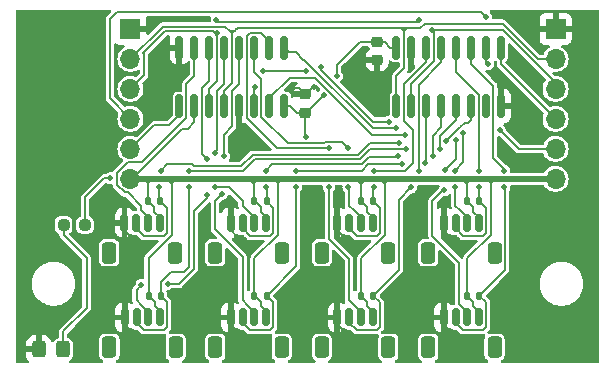
<source format=gbr>
%TF.GenerationSoftware,KiCad,Pcbnew,8.0.2*%
%TF.CreationDate,2024-10-31T00:13:47+01:00*%
%TF.ProjectId,IO_extender,494f5f65-7874-4656-9e64-65722e6b6963,rev?*%
%TF.SameCoordinates,Original*%
%TF.FileFunction,Copper,L1,Top*%
%TF.FilePolarity,Positive*%
%FSLAX46Y46*%
G04 Gerber Fmt 4.6, Leading zero omitted, Abs format (unit mm)*
G04 Created by KiCad (PCBNEW 8.0.2) date 2024-10-31 00:13:47*
%MOMM*%
%LPD*%
G01*
G04 APERTURE LIST*
G04 Aperture macros list*
%AMRoundRect*
0 Rectangle with rounded corners*
0 $1 Rounding radius*
0 $2 $3 $4 $5 $6 $7 $8 $9 X,Y pos of 4 corners*
0 Add a 4 corners polygon primitive as box body*
4,1,4,$2,$3,$4,$5,$6,$7,$8,$9,$2,$3,0*
0 Add four circle primitives for the rounded corners*
1,1,$1+$1,$2,$3*
1,1,$1+$1,$4,$5*
1,1,$1+$1,$6,$7*
1,1,$1+$1,$8,$9*
0 Add four rect primitives between the rounded corners*
20,1,$1+$1,$2,$3,$4,$5,0*
20,1,$1+$1,$4,$5,$6,$7,0*
20,1,$1+$1,$6,$7,$8,$9,0*
20,1,$1+$1,$8,$9,$2,$3,0*%
G04 Aperture macros list end*
%TA.AperFunction,SMDPad,CuDef*%
%ADD10RoundRect,0.225000X-0.250000X0.225000X-0.250000X-0.225000X0.250000X-0.225000X0.250000X0.225000X0*%
%TD*%
%TA.AperFunction,SMDPad,CuDef*%
%ADD11RoundRect,0.250000X0.350000X0.650000X-0.350000X0.650000X-0.350000X-0.650000X0.350000X-0.650000X0*%
%TD*%
%TA.AperFunction,SMDPad,CuDef*%
%ADD12RoundRect,0.150000X0.150000X0.625000X-0.150000X0.625000X-0.150000X-0.625000X0.150000X-0.625000X0*%
%TD*%
%TA.AperFunction,SMDPad,CuDef*%
%ADD13RoundRect,0.135000X-0.135000X-0.185000X0.135000X-0.185000X0.135000X0.185000X-0.135000X0.185000X0*%
%TD*%
%TA.AperFunction,ComponentPad*%
%ADD14O,1.700000X1.700000*%
%TD*%
%TA.AperFunction,ComponentPad*%
%ADD15R,1.700000X1.700000*%
%TD*%
%TA.AperFunction,SMDPad,CuDef*%
%ADD16RoundRect,0.150000X-0.150000X0.825000X-0.150000X-0.825000X0.150000X-0.825000X0.150000X0.825000X0*%
%TD*%
%TA.AperFunction,SMDPad,CuDef*%
%ADD17RoundRect,0.225000X0.250000X-0.225000X0.250000X0.225000X-0.250000X0.225000X-0.250000X-0.225000X0*%
%TD*%
%TA.AperFunction,SMDPad,CuDef*%
%ADD18RoundRect,0.250000X-0.325000X-0.450000X0.325000X-0.450000X0.325000X0.450000X-0.325000X0.450000X0*%
%TD*%
%TA.AperFunction,SMDPad,CuDef*%
%ADD19RoundRect,0.150000X0.150000X-0.825000X0.150000X0.825000X-0.150000X0.825000X-0.150000X-0.825000X0*%
%TD*%
%TA.AperFunction,SMDPad,CuDef*%
%ADD20RoundRect,0.237500X0.250000X0.237500X-0.250000X0.237500X-0.250000X-0.237500X0.250000X-0.237500X0*%
%TD*%
%TA.AperFunction,ViaPad*%
%ADD21C,0.500000*%
%TD*%
%TA.AperFunction,Conductor*%
%ADD22C,0.200000*%
%TD*%
%TA.AperFunction,Conductor*%
%ADD23C,0.500000*%
%TD*%
G04 APERTURE END LIST*
D10*
%TO.P,C901,1*%
%TO.N,+5V*%
X166385000Y-109006000D03*
%TO.P,C901,2*%
%TO.N,GND*%
X166385000Y-110556000D03*
%TD*%
D11*
%TO.P,J201,MP*%
%TO.N,N/C*%
X170728000Y-126875000D03*
X176328000Y-126875000D03*
D12*
%TO.P,J201,4,Pin_4*%
%TO.N,GND*%
X172028000Y-124350000D03*
%TO.P,J201,3,Pin_3*%
%TO.N,/IO/I2*%
X173028000Y-124350000D03*
%TO.P,J201,2,Pin_2*%
%TO.N,/IO/O2*%
X174028000Y-124350000D03*
%TO.P,J201,1,Pin_1*%
%TO.N,+5V*%
X175028000Y-124350000D03*
%TD*%
D11*
%TO.P,J501,MP*%
%TO.N,N/C*%
X152700000Y-134875000D03*
X158300000Y-134875000D03*
D12*
%TO.P,J501,4,Pin_4*%
%TO.N,GND*%
X154000000Y-132350000D03*
%TO.P,J501,3,Pin_3*%
%TO.N,/IO/I5*%
X155000000Y-132350000D03*
%TO.P,J501,2,Pin_2*%
%TO.N,/IO/O5*%
X156000000Y-132350000D03*
%TO.P,J501,1,Pin_1*%
%TO.N,+5V*%
X157000000Y-132350000D03*
%TD*%
D13*
%TO.P,R402,1*%
%TO.N,+5V*%
X165034000Y-122500000D03*
%TO.P,R402,2*%
%TO.N,/IO/I4*%
X166054000Y-122500000D03*
%TD*%
D11*
%TO.P,J801,MP*%
%TO.N,N/C*%
X143700000Y-126875000D03*
X149300000Y-126875000D03*
D12*
%TO.P,J801,4,Pin_4*%
%TO.N,GND*%
X145000000Y-124350000D03*
%TO.P,J801,3,Pin_3*%
%TO.N,/IO/I8*%
X146000000Y-124350000D03*
%TO.P,J801,2,Pin_2*%
%TO.N,/IO/O8*%
X147000000Y-124350000D03*
%TO.P,J801,1,Pin_1*%
%TO.N,+5V*%
X148000000Y-124350000D03*
%TD*%
D11*
%TO.P,J301,MP*%
%TO.N,N/C*%
X161728000Y-134875000D03*
X167328000Y-134875000D03*
D12*
%TO.P,J301,4,Pin_4*%
%TO.N,GND*%
X163028000Y-132350000D03*
%TO.P,J301,3,Pin_3*%
%TO.N,/IO/I3*%
X164028000Y-132350000D03*
%TO.P,J301,2,Pin_2*%
%TO.N,/IO/O3*%
X165028000Y-132350000D03*
%TO.P,J301,1,Pin_1*%
%TO.N,+5V*%
X166028000Y-132350000D03*
%TD*%
D11*
%TO.P,J701,MP*%
%TO.N,N/C*%
X143728000Y-134875000D03*
X149328000Y-134875000D03*
D12*
%TO.P,J701,4,Pin_4*%
%TO.N,GND*%
X145028000Y-132350000D03*
%TO.P,J701,3,Pin_3*%
%TO.N,/IO/I7*%
X146028000Y-132350000D03*
%TO.P,J701,2,Pin_2*%
%TO.N,/IO/O7*%
X147028000Y-132350000D03*
%TO.P,J701,1,Pin_1*%
%TO.N,+5V*%
X148028000Y-132350000D03*
%TD*%
D13*
%TO.P,R802,1*%
%TO.N,+5V*%
X147006000Y-122500000D03*
%TO.P,R802,2*%
%TO.N,/IO/I8*%
X148026000Y-122500000D03*
%TD*%
D11*
%TO.P,J101,MP*%
%TO.N,N/C*%
X170728000Y-134875000D03*
X176328000Y-134875000D03*
D12*
%TO.P,J101,4,Pin_4*%
%TO.N,GND*%
X172028000Y-132350000D03*
%TO.P,J101,3,Pin_3*%
%TO.N,/IO/I1*%
X173028000Y-132350000D03*
%TO.P,J101,2,Pin_2*%
%TO.N,/IO/O1*%
X174028000Y-132350000D03*
%TO.P,J101,1,Pin_1*%
%TO.N,+5V*%
X175028000Y-132350000D03*
%TD*%
D13*
%TO.P,R302,1*%
%TO.N,+5V*%
X165034000Y-130500000D03*
%TO.P,R302,2*%
%TO.N,/IO/I3*%
X166054000Y-130500000D03*
%TD*%
%TO.P,R502,1*%
%TO.N,+5V*%
X156006000Y-130500000D03*
%TO.P,R502,2*%
%TO.N,/IO/I5*%
X157026000Y-130500000D03*
%TD*%
D14*
%TO.P,J1002,6,Pin_6*%
%TO.N,+5V*%
X145500000Y-120620000D03*
%TO.P,J1002,5,Pin_5*%
%TO.N,/out_next*%
X145500000Y-118080000D03*
%TO.P,J1002,4,Pin_4*%
%TO.N,/in_next*%
X145500000Y-115540000D03*
%TO.P,J1002,3,Pin_3*%
%TO.N,/clock*%
X145500000Y-113000000D03*
%TO.P,J1002,2,Pin_2*%
%TO.N,/latch*%
X145500000Y-110460000D03*
D15*
%TO.P,J1002,1,Pin_1*%
%TO.N,GND*%
X145500000Y-107920000D03*
%TD*%
D13*
%TO.P,R602,1*%
%TO.N,+5V*%
X156006000Y-122500000D03*
%TO.P,R602,2*%
%TO.N,/IO/I6*%
X157026000Y-122500000D03*
%TD*%
D16*
%TO.P,U902,1,QB*%
%TO.N,/IO/O2*%
X158540000Y-109501000D03*
%TO.P,U902,2,QC*%
%TO.N,/IO/O3*%
X157270000Y-109501000D03*
%TO.P,U902,3,QD*%
%TO.N,/IO/O4*%
X156000000Y-109501000D03*
%TO.P,U902,4,QE*%
%TO.N,/IO/O5*%
X154730000Y-109501000D03*
%TO.P,U902,5,QF*%
%TO.N,/IO/O6*%
X153460000Y-109501000D03*
%TO.P,U902,6,QG*%
%TO.N,/IO/O7*%
X152190000Y-109501000D03*
%TO.P,U902,7,QH*%
%TO.N,/IO/O8*%
X150920000Y-109501000D03*
%TO.P,U902,8,GND*%
%TO.N,GND*%
X149650000Y-109501000D03*
%TO.P,U902,9,QH'*%
%TO.N,/out_next*%
X149650000Y-114451000D03*
%TO.P,U902,10,~{SRCLR}*%
%TO.N,+5V*%
X150920000Y-114451000D03*
%TO.P,U902,11,SRCLK*%
%TO.N,/clock*%
X152190000Y-114451000D03*
%TO.P,U902,12,RCLK*%
%TO.N,/latch*%
X153460000Y-114451000D03*
%TO.P,U902,13,~{OE}*%
%TO.N,GND*%
X154730000Y-114451000D03*
%TO.P,U902,14,SER*%
%TO.N,/out_prev*%
X156000000Y-114451000D03*
%TO.P,U902,15,QA*%
%TO.N,/IO/O1*%
X157270000Y-114451000D03*
%TO.P,U902,16,VCC*%
%TO.N,+5V*%
X158540000Y-114451000D03*
%TD*%
D13*
%TO.P,R202,1*%
%TO.N,+5V*%
X174034000Y-122500000D03*
%TO.P,R202,2*%
%TO.N,/IO/I2*%
X175054000Y-122500000D03*
%TD*%
D17*
%TO.P,C902,1*%
%TO.N,+5V*%
X160282000Y-115008000D03*
%TO.P,C902,2*%
%TO.N,GND*%
X160282000Y-113458000D03*
%TD*%
D13*
%TO.P,R702,1*%
%TO.N,+5V*%
X147034000Y-130500000D03*
%TO.P,R702,2*%
%TO.N,/IO/I7*%
X148054000Y-130500000D03*
%TD*%
D14*
%TO.P,J1001,6,Pin_6*%
%TO.N,+5V*%
X181500000Y-120620000D03*
%TO.P,J1001,5,Pin_5*%
%TO.N,/out_prev*%
X181500000Y-118080000D03*
%TO.P,J1001,4,Pin_4*%
%TO.N,/in_prev*%
X181500000Y-115540000D03*
%TO.P,J1001,3,Pin_3*%
%TO.N,/clock*%
X181500000Y-113000000D03*
%TO.P,J1001,2,Pin_2*%
%TO.N,/latch*%
X181500000Y-110460000D03*
D15*
%TO.P,J1001,1,Pin_1*%
%TO.N,GND*%
X181500000Y-107920000D03*
%TD*%
D18*
%TO.P,D901,1,K*%
%TO.N,GND*%
X137766522Y-135057718D03*
%TO.P,D901,2,A*%
%TO.N,Net-(D901-A)*%
X139816522Y-135057718D03*
%TD*%
D11*
%TO.P,J601,MP*%
%TO.N,N/C*%
X152700000Y-126875000D03*
X158300000Y-126875000D03*
D12*
%TO.P,J601,4,Pin_4*%
%TO.N,GND*%
X154000000Y-124350000D03*
%TO.P,J601,3,Pin_3*%
%TO.N,/IO/I6*%
X155000000Y-124350000D03*
%TO.P,J601,2,Pin_2*%
%TO.N,/IO/O6*%
X156000000Y-124350000D03*
%TO.P,J601,1,Pin_1*%
%TO.N,+5V*%
X157000000Y-124350000D03*
%TD*%
D11*
%TO.P,J401,MP*%
%TO.N,N/C*%
X161728000Y-126875000D03*
X167328000Y-126875000D03*
D12*
%TO.P,J401,4,Pin_4*%
%TO.N,GND*%
X163028000Y-124350000D03*
%TO.P,J401,3,Pin_3*%
%TO.N,/IO/I4*%
X164028000Y-124350000D03*
%TO.P,J401,2,Pin_2*%
%TO.N,/IO/O4*%
X165028000Y-124350000D03*
%TO.P,J401,1,Pin_1*%
%TO.N,+5V*%
X166028000Y-124350000D03*
%TD*%
D13*
%TO.P,R102,1*%
%TO.N,+5V*%
X174034000Y-130500000D03*
%TO.P,R102,2*%
%TO.N,/IO/I1*%
X175054000Y-130500000D03*
%TD*%
D19*
%TO.P,U901,1,~{PL}*%
%TO.N,/latch*%
X168000000Y-114454000D03*
%TO.P,U901,2,CP*%
%TO.N,/clock*%
X169270000Y-114454000D03*
%TO.P,U901,3,D4*%
%TO.N,/IO/I5*%
X170540000Y-114454000D03*
%TO.P,U901,4,D5*%
%TO.N,/IO/I6*%
X171810000Y-114454000D03*
%TO.P,U901,5,D6*%
%TO.N,/IO/I7*%
X173080000Y-114454000D03*
%TO.P,U901,6,D7*%
%TO.N,/IO/I8*%
X174350000Y-114454000D03*
%TO.P,U901,7,~{Q7}*%
%TO.N,unconnected-(U901-~{Q7}-Pad7)*%
X175620000Y-114454000D03*
%TO.P,U901,8,GND*%
%TO.N,GND*%
X176890000Y-114454000D03*
%TO.P,U901,9,Q7*%
%TO.N,/in_prev*%
X176890000Y-109504000D03*
%TO.P,U901,10,DS*%
%TO.N,/in_next*%
X175620000Y-109504000D03*
%TO.P,U901,11,D0*%
%TO.N,/IO/I1*%
X174350000Y-109504000D03*
%TO.P,U901,12,D1*%
%TO.N,/IO/I2*%
X173080000Y-109504000D03*
%TO.P,U901,13,D2*%
%TO.N,/IO/I3*%
X171810000Y-109504000D03*
%TO.P,U901,14,D3*%
%TO.N,/IO/I4*%
X170540000Y-109504000D03*
%TO.P,U901,15,~{CE}*%
%TO.N,GND*%
X169270000Y-109504000D03*
%TO.P,U901,16,VCC*%
%TO.N,+5V*%
X168000000Y-109504000D03*
%TD*%
D20*
%TO.P,R901,1*%
%TO.N,+5V*%
X141666150Y-124518220D03*
%TO.P,R901,2*%
%TO.N,Net-(D901-A)*%
X139841150Y-124518220D03*
%TD*%
D21*
%TO.N,GND*%
X179451000Y-107823000D03*
X165989000Y-114300000D03*
X163068000Y-122301000D03*
X173355000Y-126492000D03*
X172212000Y-122682000D03*
X171958000Y-130683000D03*
X162814000Y-130556000D03*
X153797000Y-130556000D03*
X144907000Y-130556000D03*
X145034000Y-122682000D03*
X153924000Y-122809000D03*
%TO.N,+5V*%
X161859591Y-113509409D03*
X160407000Y-120620000D03*
X143791522Y-120557718D03*
X160407000Y-117070000D03*
X162983752Y-111914000D03*
%TO.N,GND*%
X178187000Y-110644000D03*
X167900000Y-131345000D03*
X148469000Y-109374000D03*
X159264000Y-112930000D03*
X177171000Y-118391000D03*
X136301522Y-134995718D03*
X179838000Y-119407000D03*
X181235000Y-126138000D03*
X172582215Y-133498670D03*
X141762522Y-126232718D03*
X169297000Y-110898000D03*
X165614000Y-134774000D03*
X145554215Y-125498670D03*
X136404000Y-107215000D03*
X184410000Y-133758000D03*
X177298000Y-106707000D03*
X160153000Y-134647000D03*
X177425000Y-129821000D03*
X140238522Y-127248718D03*
X155581000Y-126392000D03*
X183902000Y-112168000D03*
X163074000Y-128424000D03*
X156597000Y-135155000D03*
X170440000Y-121947000D03*
X137698522Y-133344718D03*
X166249000Y-112041000D03*
X142143522Y-132455718D03*
X154554215Y-125498670D03*
X176917000Y-112168000D03*
X178568000Y-114454000D03*
X154554215Y-133498670D03*
X165106000Y-112295000D03*
X167646000Y-111406000D03*
X178314000Y-116486000D03*
X142905522Y-129915718D03*
X171583000Y-128551000D03*
X169424000Y-128932000D03*
X176917000Y-132361000D03*
X143008000Y-115978000D03*
X136912000Y-125503000D03*
X137293000Y-121820000D03*
X151771000Y-129567000D03*
X164598000Y-126265000D03*
X143643000Y-132107000D03*
X142627000Y-112549000D03*
X141484000Y-134901000D03*
X145582215Y-133498670D03*
X156597000Y-117629000D03*
X164852000Y-110644000D03*
X158502000Y-133123000D03*
X163582215Y-125498670D03*
X181489000Y-122582000D03*
X179965000Y-134266000D03*
X151009000Y-135028000D03*
X142754000Y-107723000D03*
X154057000Y-127789000D03*
X151898000Y-123979000D03*
X149612000Y-131853000D03*
X161423000Y-125122000D03*
X183648000Y-122709000D03*
X140746522Y-131185718D03*
X169297000Y-134393000D03*
X136658000Y-114454000D03*
X154819000Y-116105000D03*
X161042000Y-121693000D03*
X184283000Y-117121000D03*
X143770000Y-118264000D03*
X149612000Y-111279000D03*
X143135000Y-122582000D03*
X163582215Y-133498670D03*
X159391000Y-129567000D03*
X151771000Y-107088000D03*
X172582215Y-125498670D03*
X146818000Y-114200000D03*
X161042000Y-112803000D03*
X154565000Y-118518000D03*
X178568000Y-126265000D03*
X169551000Y-124995000D03*
X174123000Y-135155000D03*
X178441000Y-122201000D03*
X184156000Y-109120000D03*
X143897000Y-124360000D03*
X152660000Y-132234000D03*
X170567000Y-131726000D03*
%TO.N,/clock*%
X169924091Y-107207091D03*
X152861916Y-108273000D03*
X171075000Y-108019000D03*
X152787000Y-107173000D03*
%TO.N,/out_prev*%
X161650252Y-111178748D03*
X156710718Y-111503899D03*
X156050000Y-112803000D03*
X167392000Y-115767000D03*
X176770000Y-116486000D03*
X160406869Y-111491001D03*
%TO.N,/in_next*%
X175647000Y-106919000D03*
X175774000Y-110898000D03*
%TO.N,/IO/I1*%
X177171000Y-119920000D03*
X177171000Y-121320000D03*
%TO.N,/IO/O1*%
X168789000Y-116867000D03*
X172154500Y-119851500D03*
X172091000Y-121566000D03*
X173101245Y-117316210D03*
%TO.N,/IO/I2*%
X175012000Y-119920000D03*
X175012000Y-121320000D03*
%TO.N,/IO/O2*%
X172980000Y-119920000D03*
X173691171Y-116726286D03*
X168027000Y-116317000D03*
X172980000Y-121320000D03*
%TO.N,/IO/O3*%
X162312000Y-121320000D03*
X162312000Y-118020000D03*
%TO.N,/IO/I3*%
X169297000Y-121320000D03*
X169932000Y-119920000D03*
%TO.N,/IO/O4*%
X163963000Y-121320000D03*
X163963000Y-118020000D03*
%TO.N,/IO/I4*%
X166122000Y-121320000D03*
X166106529Y-119920000D03*
%TO.N,/IO/I5*%
X170482000Y-119280000D03*
X159518000Y-121320000D03*
X159518000Y-119920000D03*
X168522855Y-119370000D03*
%TO.N,/IO/O5*%
X153422000Y-118701157D03*
X153290020Y-121870000D03*
%TO.N,/IO/O6*%
X152660000Y-121320000D03*
X152660000Y-118391000D03*
%TO.N,/IO/I6*%
X171090000Y-118645000D03*
X168154000Y-118645000D03*
X156978000Y-119920000D03*
X156978000Y-121320000D03*
%TO.N,/IO/O7*%
X146437000Y-129567000D03*
X152025000Y-118970000D03*
X152025000Y-121947000D03*
X148671409Y-129507409D03*
%TO.N,/IO/I7*%
X168874000Y-118095000D03*
X150501000Y-121320000D03*
X150501000Y-119920000D03*
X171706728Y-118095000D03*
%TO.N,/IO/I8*%
X148072529Y-119920000D03*
X147961000Y-121320000D03*
X168281000Y-117545000D03*
X172256728Y-117382909D03*
%TD*%
D22*
%TO.N,/IO/O8*%
X146394000Y-122902000D02*
X146394000Y-123275000D01*
X145262000Y-121770000D02*
X146394000Y-122902000D01*
X145023654Y-121770000D02*
X145262000Y-121770000D01*
X144350000Y-121096346D02*
X145023654Y-121770000D01*
X150250000Y-115466552D02*
X146486552Y-119230000D01*
X146486552Y-119230000D02*
X145263654Y-119230000D01*
X145263654Y-119230000D02*
X144350000Y-120143654D01*
X150250000Y-112546000D02*
X150250000Y-115466552D01*
X150920000Y-111876000D02*
X150250000Y-112546000D01*
X150920000Y-109501000D02*
X150920000Y-111876000D01*
X144350000Y-120143654D02*
X144350000Y-121096346D01*
%TO.N,/IO/O6*%
X154992000Y-122873000D02*
X155505500Y-123386500D01*
X154992000Y-122500000D02*
X154992000Y-122873000D01*
X155505500Y-123386500D02*
X156000000Y-123881000D01*
X155394000Y-123275000D02*
X155505500Y-123386500D01*
%TO.N,/IO/O1*%
X174028000Y-131881000D02*
X174028000Y-132350000D01*
X173355000Y-127717256D02*
X173355000Y-131208000D01*
X173355000Y-131208000D02*
X174028000Y-131881000D01*
X171075000Y-125437256D02*
X173355000Y-127717256D01*
X171995076Y-121566000D02*
X171075000Y-122486076D01*
X171075000Y-122486076D02*
X171075000Y-125437256D01*
X172091000Y-121566000D02*
X171995076Y-121566000D01*
%TO.N,/IO/O3*%
X164020000Y-127382256D02*
X164020000Y-130873000D01*
X162312000Y-121320000D02*
X162312000Y-125674256D01*
X162312000Y-125674256D02*
X164020000Y-127382256D01*
X164592000Y-131445000D02*
X165028000Y-131881000D01*
X164422000Y-131275000D02*
X164592000Y-131445000D01*
X164020000Y-130873000D02*
X164592000Y-131445000D01*
%TO.N,/IO/O5*%
X154992000Y-130873000D02*
X155394000Y-131275000D01*
X154992000Y-127200000D02*
X154992000Y-130873000D01*
X152660000Y-122500020D02*
X152660000Y-124868000D01*
X153290020Y-121870000D02*
X152660000Y-122500020D01*
X152660000Y-124868000D02*
X154992000Y-127200000D01*
%TO.N,/IO/O7*%
X146020000Y-130873000D02*
X146422000Y-131275000D01*
X146020000Y-129984000D02*
X146020000Y-130873000D01*
%TO.N,/IO/O2*%
X173020000Y-121360000D02*
X173020000Y-122873000D01*
X172980000Y-121320000D02*
X173020000Y-121360000D01*
X173020000Y-122873000D02*
X173422000Y-123275000D01*
%TO.N,/IO/O4*%
X164020000Y-122873000D02*
X164422000Y-123275000D01*
X163963000Y-121320000D02*
X164020000Y-121377000D01*
X164020000Y-121377000D02*
X164020000Y-122873000D01*
%TO.N,+5V*%
X149000000Y-121024000D02*
X149000000Y-120978000D01*
X149000000Y-120978000D02*
X149358000Y-120620000D01*
X159584500Y-115008000D02*
X159027500Y-114451000D01*
X157000000Y-131873000D02*
X156516000Y-131389000D01*
X156006000Y-121045000D02*
X156006000Y-120957000D01*
X147034000Y-130500000D02*
X147034000Y-127297238D01*
X141666150Y-122183090D02*
X141666150Y-124518220D01*
X156006000Y-130500000D02*
X156006000Y-127325238D01*
D23*
X173615000Y-120620000D02*
X167392000Y-120620000D01*
D22*
X166028000Y-124350000D02*
X166028000Y-123873000D01*
D23*
X149358000Y-120620000D02*
X148596000Y-120620000D01*
D22*
X158000000Y-121007000D02*
X158000000Y-120995000D01*
X165034000Y-121056000D02*
X165470000Y-120620000D01*
X147006000Y-120935000D02*
X147011000Y-120935000D01*
X143791522Y-120557718D02*
X143291522Y-120557718D01*
X167028000Y-121018000D02*
X166630000Y-120620000D01*
X176028000Y-121001000D02*
X176409000Y-120620000D01*
X162983752Y-111914000D02*
X162983752Y-110988248D01*
X158000000Y-121007000D02*
X157613000Y-120620000D01*
X160282000Y-115008000D02*
X160361000Y-115008000D01*
X165544000Y-123008000D02*
X165544000Y-123389000D01*
X160361000Y-115008000D02*
X161859591Y-113509409D01*
X174544000Y-131008000D02*
X174544000Y-131389000D01*
X156008000Y-122500000D02*
X156516000Y-123008000D01*
X165036000Y-130500000D02*
X165544000Y-131008000D01*
X175028000Y-131873000D02*
X174544000Y-131389000D01*
X157000000Y-124350000D02*
X157000000Y-123873000D01*
X157000000Y-123873000D02*
X156516000Y-123389000D01*
D23*
X158375000Y-120620000D02*
X157613000Y-120620000D01*
D22*
X167024000Y-109006000D02*
X167522000Y-109504000D01*
D23*
X176409000Y-120620000D02*
X175647000Y-120620000D01*
D22*
X149000000Y-125331238D02*
X149000000Y-121024000D01*
D23*
X164979000Y-120620000D02*
X164598000Y-120620000D01*
D22*
X165544000Y-131008000D02*
X165544000Y-131389000D01*
X156006000Y-122500000D02*
X156006000Y-121045000D01*
X176028000Y-125331238D02*
X176028000Y-121001000D01*
X148000000Y-123873000D02*
X147516000Y-123389000D01*
X174034000Y-130500000D02*
X174036000Y-130500000D01*
D23*
X156343000Y-120620000D02*
X155581000Y-120620000D01*
D22*
X156006000Y-130500000D02*
X156008000Y-130500000D01*
X160282000Y-115008000D02*
X160282000Y-116945000D01*
D23*
X175647000Y-120620000D02*
X174377000Y-120620000D01*
D22*
X174034000Y-121039000D02*
X174034000Y-120963000D01*
X147006000Y-120935000D02*
X146691000Y-120620000D01*
X159027500Y-114451000D02*
X158540000Y-114451000D01*
X165036000Y-122500000D02*
X165544000Y-123008000D01*
D23*
X164598000Y-120620000D02*
X160407000Y-120620000D01*
D22*
X147034000Y-130500000D02*
X147036000Y-130500000D01*
X175028000Y-123873000D02*
X174544000Y-123389000D01*
X148000000Y-124350000D02*
X148000000Y-123873000D01*
D23*
X157613000Y-120620000D02*
X156343000Y-120620000D01*
D22*
X162983752Y-110988248D02*
X164966000Y-109006000D01*
X147544000Y-131008000D02*
X147544000Y-131389000D01*
X157000000Y-132350000D02*
X157000000Y-131873000D01*
D23*
X181500000Y-120620000D02*
X176409000Y-120620000D01*
D22*
X165034000Y-121056000D02*
X164598000Y-120620000D01*
D23*
X166630000Y-120620000D02*
X165487000Y-120620000D01*
X148596000Y-120620000D02*
X147326000Y-120620000D01*
D22*
X148028000Y-132350000D02*
X148028000Y-131873000D01*
X160282000Y-115008000D02*
X159584500Y-115008000D01*
X147006000Y-122500000D02*
X147008000Y-122500000D01*
X166028000Y-132350000D02*
X166028000Y-131873000D01*
X174544000Y-123008000D02*
X174544000Y-123389000D01*
X165034000Y-130500000D02*
X165034000Y-127325238D01*
X174034000Y-122500000D02*
X174034000Y-121039000D01*
X164979000Y-121001000D02*
X165034000Y-121056000D01*
X156516000Y-123008000D02*
X156516000Y-123389000D01*
X150920000Y-115813000D02*
X150345381Y-116387619D01*
X164979000Y-120620000D02*
X164979000Y-121001000D01*
X174036000Y-130500000D02*
X174544000Y-131008000D01*
X166028000Y-131873000D02*
X165544000Y-131389000D01*
D23*
X155581000Y-120620000D02*
X149358000Y-120620000D01*
D22*
X174034000Y-122500000D02*
X174036000Y-122500000D01*
D23*
X146691000Y-120620000D02*
X145500000Y-120620000D01*
D22*
X165034000Y-127325238D02*
X167028000Y-125331238D01*
X174034000Y-120963000D02*
X174377000Y-120620000D01*
X167522000Y-109504000D02*
X168000000Y-109504000D01*
D23*
X147326000Y-120620000D02*
X146691000Y-120620000D01*
D22*
X166028000Y-123873000D02*
X165544000Y-123389000D01*
X158000000Y-120995000D02*
X158375000Y-120620000D01*
X147011000Y-120935000D02*
X147326000Y-120620000D01*
X147006000Y-122500000D02*
X147006000Y-120935000D01*
X156006000Y-121045000D02*
X155581000Y-120620000D01*
X160282000Y-116945000D02*
X160407000Y-117070000D01*
X175028000Y-124350000D02*
X175028000Y-123873000D01*
X165470000Y-120620000D02*
X165487000Y-120620000D01*
X158000000Y-125331238D02*
X158000000Y-121007000D01*
D23*
X167392000Y-120620000D02*
X166630000Y-120620000D01*
D22*
X167028000Y-121018000D02*
X167028000Y-120984000D01*
X156516000Y-131008000D02*
X156516000Y-131389000D01*
X175028000Y-132350000D02*
X175028000Y-131873000D01*
X174034000Y-127325238D02*
X176028000Y-125331238D01*
D23*
X165487000Y-120620000D02*
X164979000Y-120620000D01*
D22*
X149000000Y-121024000D02*
X148596000Y-120620000D01*
X149894619Y-116387619D02*
X145662237Y-120620000D01*
X165034000Y-122500000D02*
X165034000Y-121056000D01*
X145662237Y-120620000D02*
X145500000Y-120620000D01*
X156006000Y-120957000D02*
X156343000Y-120620000D01*
X148028000Y-131873000D02*
X147544000Y-131389000D01*
X147516000Y-123008000D02*
X147516000Y-123389000D01*
X176028000Y-121001000D02*
X175647000Y-120620000D01*
X147034000Y-127297238D02*
X149000000Y-125331238D01*
X167028000Y-125331238D02*
X167028000Y-121018000D01*
X164966000Y-109006000D02*
X166385000Y-109006000D01*
D23*
X174377000Y-120620000D02*
X173615000Y-120620000D01*
D22*
X156006000Y-122500000D02*
X156008000Y-122500000D01*
X166385000Y-109006000D02*
X167024000Y-109006000D01*
X165034000Y-130500000D02*
X165036000Y-130500000D01*
X156006000Y-127325238D02*
X158000000Y-125331238D01*
X147008000Y-122500000D02*
X147516000Y-123008000D01*
X150920000Y-114451000D02*
X150920000Y-115813000D01*
X174036000Y-122500000D02*
X174544000Y-123008000D01*
D23*
X160407000Y-120620000D02*
X158375000Y-120620000D01*
D22*
X174034000Y-130500000D02*
X174034000Y-127325238D01*
X147036000Y-130500000D02*
X147544000Y-131008000D01*
X167028000Y-120984000D02*
X167392000Y-120620000D01*
X165034000Y-122500000D02*
X165036000Y-122500000D01*
X143291522Y-120557718D02*
X141666150Y-122183090D01*
X174034000Y-121039000D02*
X173615000Y-120620000D01*
X156008000Y-130500000D02*
X156516000Y-131008000D01*
X150345381Y-116387619D02*
X149894619Y-116387619D01*
%TO.N,GND*%
X163028000Y-132944455D02*
X163582215Y-133498670D01*
X163028000Y-124350000D02*
X163028000Y-124944455D01*
X154000000Y-124350000D02*
X154000000Y-124944455D01*
X145000000Y-124350000D02*
X145000000Y-124944455D01*
X154000000Y-132350000D02*
X154000000Y-132944455D01*
X159264000Y-112930000D02*
X159754000Y-112930000D01*
X172028000Y-124350000D02*
X172028000Y-124944455D01*
X145000000Y-124944455D02*
X145554215Y-125498670D01*
X163028000Y-132350000D02*
X163028000Y-132944455D01*
X154000000Y-124944455D02*
X154554215Y-125498670D01*
X145028000Y-132350000D02*
X145028000Y-132944455D01*
X161042000Y-112803000D02*
X160937000Y-112803000D01*
X172028000Y-124944455D02*
X172582215Y-125498670D01*
X172028000Y-132944455D02*
X172582215Y-133498670D01*
X160937000Y-112803000D02*
X160282000Y-113458000D01*
X145028000Y-132944455D02*
X145582215Y-133498670D01*
X163028000Y-124944455D02*
X163582215Y-125498670D01*
X159754000Y-112930000D02*
X160282000Y-113458000D01*
X154000000Y-132944455D02*
X154554215Y-133498670D01*
X172028000Y-132350000D02*
X172028000Y-132944455D01*
%TO.N,/latch*%
X168670000Y-108612000D02*
X168670000Y-111271000D01*
X180027238Y-110460000D02*
X181500000Y-110460000D01*
X153460000Y-114451000D02*
X153460000Y-113149686D01*
X153460000Y-113149686D02*
X154130000Y-112479686D01*
X168000000Y-112322000D02*
X168000000Y-114454000D01*
X154130000Y-108304000D02*
X153930000Y-108104000D01*
X168598500Y-108040500D02*
X168670000Y-108112000D01*
X168662000Y-107850000D02*
X168408000Y-107850000D01*
X168662000Y-107977000D02*
X168598500Y-108040500D01*
X154130000Y-108555448D02*
X154130000Y-108304000D01*
X168670000Y-108112000D02*
X168670000Y-108612000D01*
X168408000Y-107850000D02*
X168384000Y-107826000D01*
X153930000Y-108104000D02*
X153549000Y-107723000D01*
X154608000Y-107826000D02*
X168384000Y-107826000D01*
X168932000Y-107850000D02*
X170059000Y-107850000D01*
X154330000Y-108104000D02*
X154384000Y-108050000D01*
X177036238Y-107469000D02*
X180027238Y-110460000D01*
X153930000Y-108104000D02*
X154330000Y-108104000D01*
X168670000Y-111271000D02*
X168027000Y-111914000D01*
X148237000Y-107723000D02*
X145500000Y-110460000D01*
X168384000Y-107826000D02*
X168598500Y-108040500D01*
X170059000Y-107850000D02*
X170440000Y-107469000D01*
X168670000Y-108112000D02*
X168932000Y-107850000D01*
X168662000Y-107850000D02*
X168662000Y-107977000D01*
X154130000Y-108304000D02*
X154384000Y-108050000D01*
X153549000Y-107723000D02*
X148237000Y-107723000D01*
X168027000Y-112295000D02*
X168000000Y-112322000D01*
X170440000Y-107469000D02*
X177036238Y-107469000D01*
X168932000Y-107850000D02*
X168662000Y-107850000D01*
X168027000Y-111914000D02*
X168027000Y-112295000D01*
X154384000Y-108050000D02*
X154608000Y-107826000D01*
X154130000Y-112479686D02*
X154130000Y-108555448D01*
%TO.N,/in_prev*%
X176890000Y-110930000D02*
X181500000Y-115540000D01*
X176890000Y-109504000D02*
X176890000Y-110930000D01*
%TO.N,/clock*%
X171075000Y-108019000D02*
X177020552Y-108019000D01*
X169270000Y-112576000D02*
X169270000Y-114454000D01*
X146650000Y-111850000D02*
X145500000Y-113000000D01*
X152190000Y-114451000D02*
X152190000Y-113019000D01*
X171202000Y-110644000D02*
X169270000Y-112576000D01*
X152937000Y-107323000D02*
X162670000Y-107323000D01*
X152497552Y-108123000D02*
X148402686Y-108123000D01*
X152860000Y-108485448D02*
X152497552Y-108123000D01*
X162693000Y-107300000D02*
X169831182Y-107300000D01*
X152860000Y-112349000D02*
X152860000Y-108485448D01*
X171075000Y-108019000D02*
X171202000Y-108146000D01*
X169831182Y-107300000D02*
X169924091Y-107207091D01*
X146596016Y-109929670D02*
X146650000Y-109983654D01*
X181500000Y-112498448D02*
X181500000Y-113000000D01*
X162670000Y-107323000D02*
X162693000Y-107300000D01*
X171202000Y-108146000D02*
X171202000Y-110644000D01*
X152787000Y-107173000D02*
X152937000Y-107323000D01*
X148402686Y-108123000D02*
X146596016Y-109929670D01*
X177020552Y-108019000D02*
X181500000Y-112498448D01*
X152860000Y-108485448D02*
X152860000Y-108274916D01*
X152860000Y-108274916D02*
X152861916Y-108273000D01*
X152190000Y-113019000D02*
X152860000Y-112349000D01*
X146650000Y-109983654D02*
X146650000Y-111850000D01*
%TO.N,/out_prev*%
X156710718Y-111503899D02*
X160393971Y-111503899D01*
X156000000Y-112853000D02*
X156050000Y-112803000D01*
X176770000Y-116486000D02*
X178364000Y-118080000D01*
X161650252Y-111178748D02*
X161650252Y-111358318D01*
X160393971Y-111503899D02*
X160406869Y-111491001D01*
X166058934Y-115767000D02*
X167392000Y-115767000D01*
X156000000Y-114451000D02*
X156000000Y-112853000D01*
X161650252Y-111358318D02*
X166058934Y-115767000D01*
X178364000Y-118080000D02*
X181500000Y-118080000D01*
%TO.N,/in_next*%
X175620000Y-109504000D02*
X175620000Y-110744000D01*
X144405000Y-106453000D02*
X143770000Y-107088000D01*
X143770000Y-113810000D02*
X145500000Y-115540000D01*
X175647000Y-106919000D02*
X175181000Y-106453000D01*
X175620000Y-110744000D02*
X175774000Y-110898000D01*
X175181000Y-106453000D02*
X144405000Y-106453000D01*
X143770000Y-107088000D02*
X143770000Y-113810000D01*
%TO.N,/out_next*%
X149650000Y-115178000D02*
X148769000Y-116059000D01*
X148769000Y-116059000D02*
X147521000Y-116059000D01*
X149650000Y-114451000D02*
X149650000Y-115178000D01*
X147521000Y-116059000D02*
X145500000Y-118080000D01*
%TO.N,/IO/I1*%
X175054000Y-130500000D02*
X177228000Y-128326000D01*
X175054000Y-130500000D02*
X175628000Y-131074000D01*
X176220000Y-118837000D02*
X176220000Y-112741000D01*
X177228000Y-121377000D02*
X177171000Y-121320000D01*
X175628000Y-133165552D02*
X175368552Y-133425000D01*
X175628000Y-131074000D02*
X175628000Y-133165552D01*
X177228000Y-128326000D02*
X177228000Y-121377000D01*
X173028000Y-132805000D02*
X173028000Y-132350000D01*
X177171000Y-119920000D02*
X177171000Y-119788000D01*
X177171000Y-119788000D02*
X176220000Y-118837000D01*
X174350000Y-110871000D02*
X174350000Y-109504000D01*
X173648000Y-133425000D02*
X173028000Y-132805000D01*
X176220000Y-112741000D02*
X174350000Y-110871000D01*
X175368552Y-133425000D02*
X173648000Y-133425000D01*
%TO.N,/IO/O1*%
X173101245Y-118904755D02*
X173101245Y-117316210D01*
X172154500Y-119851500D02*
X173101245Y-118904755D01*
X157270000Y-114451000D02*
X157270000Y-113781000D01*
X165995000Y-116867000D02*
X168789000Y-116867000D01*
X159010000Y-112041000D02*
X161169000Y-112041000D01*
X157270000Y-113781000D02*
X159010000Y-112041000D01*
X161169000Y-112041000D02*
X165995000Y-116867000D01*
%TO.N,/IO/I2*%
X173028000Y-124805000D02*
X173028000Y-124350000D01*
X175012000Y-122458000D02*
X175054000Y-122500000D01*
X175054000Y-122500000D02*
X175628000Y-123074000D01*
X173080000Y-111568448D02*
X175012000Y-113500448D01*
X173648000Y-125425000D02*
X173028000Y-124805000D01*
X175012000Y-121320000D02*
X175012000Y-122458000D01*
X173080000Y-109504000D02*
X173080000Y-111568448D01*
X175628000Y-125165552D02*
X175368552Y-125425000D01*
X175368552Y-125425000D02*
X173648000Y-125425000D01*
X175628000Y-123074000D02*
X175628000Y-125165552D01*
X175012000Y-113500448D02*
X175012000Y-119920000D01*
%TO.N,/IO/O2*%
X168027000Y-116317000D02*
X166010686Y-116317000D01*
X173691171Y-119208829D02*
X173691171Y-116726286D01*
X172980000Y-119920000D02*
X173691171Y-119208829D01*
X166010686Y-116317000D02*
X160210686Y-110517000D01*
X160153000Y-110517000D02*
X159518000Y-109882000D01*
X160210686Y-110517000D02*
X160153000Y-110517000D01*
X158921000Y-109882000D02*
X158540000Y-109501000D01*
X159518000Y-109882000D02*
X158921000Y-109882000D01*
%TO.N,/IO/O3*%
X157953448Y-118020000D02*
X155400000Y-115466552D01*
X155400000Y-108485448D02*
X155659448Y-108226000D01*
X156592000Y-108226000D02*
X157270000Y-108904000D01*
X162312000Y-118020000D02*
X157953448Y-118020000D01*
X155400000Y-115466552D02*
X155400000Y-108485448D01*
X157270000Y-108904000D02*
X157270000Y-109501000D01*
X155659448Y-108226000D02*
X156592000Y-108226000D01*
%TO.N,/IO/I3*%
X166054000Y-130500000D02*
X166628000Y-131074000D01*
X164028000Y-132805000D02*
X164028000Y-132350000D01*
X171810000Y-110763343D02*
X169932000Y-112641343D01*
X169297000Y-121320000D02*
X168228000Y-122389000D01*
X166368552Y-133425000D02*
X164648000Y-133425000D01*
X168228000Y-122389000D02*
X168228000Y-128326000D01*
X166628000Y-133165552D02*
X166368552Y-133425000D01*
X164648000Y-133425000D02*
X164028000Y-132805000D01*
X171810000Y-109504000D02*
X171810000Y-110763343D01*
X169932000Y-112641343D02*
X169932000Y-119920000D01*
X168228000Y-128326000D02*
X166054000Y-130500000D01*
X166628000Y-131074000D02*
X166628000Y-133165552D01*
%TO.N,/IO/O4*%
X161934182Y-117620000D02*
X158823448Y-117620000D01*
X156000000Y-111571000D02*
X156000000Y-109501000D01*
X162084182Y-117470000D02*
X161934182Y-117620000D01*
X156600000Y-112171000D02*
X156000000Y-111571000D01*
X158823448Y-117620000D02*
X156600000Y-115396552D01*
X163413000Y-117470000D02*
X162084182Y-117470000D01*
X156600000Y-115396552D02*
X156600000Y-112171000D01*
X163963000Y-118020000D02*
X163413000Y-117470000D01*
%TO.N,/IO/I4*%
X166054000Y-122500000D02*
X166054000Y-121388000D01*
X168670000Y-112610314D02*
X168670000Y-115732000D01*
X164648000Y-125425000D02*
X164028000Y-124805000D01*
X169424000Y-116486000D02*
X169424000Y-119280000D01*
X164028000Y-124805000D02*
X164028000Y-124350000D01*
X168657000Y-119920000D02*
X166106529Y-119920000D01*
X166054000Y-122500000D02*
X166628000Y-123074000D01*
X166368552Y-125425000D02*
X164648000Y-125425000D01*
X168662000Y-119915000D02*
X168657000Y-119920000D01*
X170540000Y-109504000D02*
X170540000Y-110740314D01*
X169424000Y-119280000D02*
X168789000Y-119915000D01*
X166628000Y-125165552D02*
X166368552Y-125425000D01*
X168789000Y-119915000D02*
X168662000Y-119915000D01*
X166054000Y-121388000D02*
X166122000Y-121320000D01*
X168670000Y-115732000D02*
X169424000Y-116486000D01*
X170540000Y-110740314D02*
X168670000Y-112610314D01*
X166628000Y-123074000D02*
X166628000Y-125165552D01*
%TO.N,/IO/I5*%
X165651000Y-119370000D02*
X165101000Y-119920000D01*
X157026000Y-130500000D02*
X159518000Y-128008000D01*
X168522855Y-119370000D02*
X165651000Y-119370000D01*
X157600000Y-133165552D02*
X157340552Y-133425000D01*
X157026000Y-130500000D02*
X157600000Y-131074000D01*
X170482000Y-119280000D02*
X170540000Y-119222000D01*
X165101000Y-119920000D02*
X159518000Y-119920000D01*
X170540000Y-119222000D02*
X170540000Y-114454000D01*
X157340552Y-133425000D02*
X155620000Y-133425000D01*
X157600000Y-131074000D02*
X157600000Y-133165552D01*
X155620000Y-133425000D02*
X155000000Y-132805000D01*
X155000000Y-132805000D02*
X155000000Y-132350000D01*
X159518000Y-128008000D02*
X159518000Y-121320000D01*
%TO.N,/IO/O5*%
X153422000Y-116867000D02*
X154130000Y-116159000D01*
X154130000Y-113184000D02*
X154730000Y-112584000D01*
X154130000Y-116159000D02*
X154130000Y-113184000D01*
X153422000Y-118701157D02*
X153422000Y-116867000D01*
X154730000Y-112584000D02*
X154730000Y-109501000D01*
%TO.N,/IO/O6*%
X153460000Y-109501000D02*
X153460000Y-112584000D01*
X154992000Y-122500000D02*
X153812000Y-121320000D01*
X152660000Y-118391000D02*
X152860000Y-118191000D01*
X153460000Y-112584000D02*
X152860000Y-113184000D01*
X152860000Y-118191000D02*
X152860000Y-113184000D01*
X153812000Y-121320000D02*
X152660000Y-121320000D01*
%TO.N,/IO/I6*%
X157600000Y-125165552D02*
X157340552Y-125425000D01*
X171090000Y-116952000D02*
X171810000Y-116232000D01*
X157340552Y-125425000D02*
X155620000Y-125425000D01*
X155000000Y-124805000D02*
X155000000Y-124350000D01*
X157026000Y-122500000D02*
X157026000Y-121368000D01*
X157600000Y-123074000D02*
X157600000Y-125165552D01*
X165683314Y-118772000D02*
X165085314Y-119370000D01*
X155620000Y-125425000D02*
X155000000Y-124805000D01*
X171090000Y-118645000D02*
X171090000Y-116952000D01*
X157026000Y-122500000D02*
X157600000Y-123074000D01*
X157528000Y-119370000D02*
X156978000Y-119920000D01*
X157026000Y-121368000D02*
X156978000Y-121320000D01*
X165085314Y-119370000D02*
X157528000Y-119370000D01*
X171810000Y-116232000D02*
X171810000Y-114454000D01*
X168154000Y-118645000D02*
X168027000Y-118772000D01*
X168027000Y-118772000D02*
X165683314Y-118772000D01*
%TO.N,/IO/O7*%
X152190000Y-112320500D02*
X152190000Y-109501000D01*
X150901000Y-123979000D02*
X150901000Y-128218686D01*
X150901000Y-123325000D02*
X150901000Y-123979000D01*
X146437000Y-129567000D02*
X146020000Y-129984000D01*
X151590000Y-112920500D02*
X152190000Y-112320500D01*
X152025000Y-122201000D02*
X150901000Y-123325000D01*
X149612277Y-129507409D02*
X148671409Y-129507409D01*
X152025000Y-121947000D02*
X152025000Y-122201000D01*
X152025000Y-118970000D02*
X151590000Y-118535000D01*
X151590000Y-118535000D02*
X151590000Y-112920500D01*
X150901000Y-128218686D02*
X149612277Y-129507409D01*
%TO.N,/IO/I7*%
X171706728Y-118095000D02*
X171706728Y-116997272D01*
X165794628Y-118095000D02*
X164919628Y-118970000D01*
X148368552Y-133425000D02*
X146648000Y-133425000D01*
X150061500Y-128492500D02*
X150501000Y-128053000D01*
X148908500Y-128492500D02*
X150061500Y-128492500D01*
X146028000Y-132805000D02*
X146028000Y-132350000D01*
X148054000Y-130500000D02*
X148628000Y-131074000D01*
X168874000Y-118095000D02*
X165794628Y-118095000D01*
X150501000Y-128053000D02*
X150501000Y-121320000D01*
X155068000Y-119920000D02*
X150501000Y-119920000D01*
X156018000Y-118970000D02*
X155068000Y-119920000D01*
X146648000Y-133425000D02*
X146028000Y-132805000D01*
X173080000Y-115624000D02*
X173080000Y-114454000D01*
X171706728Y-116997272D02*
X173080000Y-115624000D01*
X148054000Y-130500000D02*
X148054000Y-129347000D01*
X164919628Y-118970000D02*
X156018000Y-118970000D01*
X148628000Y-133165552D02*
X148368552Y-133425000D01*
X148628000Y-131074000D02*
X148628000Y-133165552D01*
X148054000Y-129347000D02*
X148908500Y-128492500D01*
%TO.N,/IO/I8*%
X174350000Y-115624000D02*
X174350000Y-114454000D01*
X148600000Y-123074000D02*
X148600000Y-125165552D01*
X155852314Y-118570000D02*
X154902314Y-119520000D01*
X154902314Y-119520000D02*
X150878818Y-119520000D01*
X148340552Y-125425000D02*
X146620000Y-125425000D01*
X148600000Y-125165552D02*
X148340552Y-125425000D01*
X165778942Y-117545000D02*
X164753942Y-118570000D01*
X168281000Y-117545000D02*
X165778942Y-117545000D01*
X147961000Y-122435000D02*
X148026000Y-122500000D01*
X150878818Y-119520000D02*
X150728818Y-119370000D01*
X172256728Y-117382909D02*
X173384319Y-116255319D01*
X174123000Y-115851000D02*
X174350000Y-115624000D01*
X164753942Y-118570000D02*
X155852314Y-118570000D01*
X146000000Y-124805000D02*
X146000000Y-124350000D01*
X173788638Y-115851000D02*
X174123000Y-115851000D01*
X148622529Y-119370000D02*
X148072529Y-119920000D01*
X146620000Y-125425000D02*
X146000000Y-124805000D01*
X173384319Y-116255319D02*
X173788638Y-115851000D01*
X150728818Y-119370000D02*
X148622529Y-119370000D01*
X148026000Y-122500000D02*
X148600000Y-123074000D01*
X147961000Y-121320000D02*
X147961000Y-122435000D01*
%TO.N,/IO/O3*%
X165028000Y-131881000D02*
X165028000Y-132350000D01*
%TO.N,/IO/O4*%
X165028000Y-123881000D02*
X165028000Y-124350000D01*
X164422000Y-123275000D02*
X165028000Y-123881000D01*
%TO.N,/IO/O5*%
X155394000Y-131275000D02*
X156000000Y-131881000D01*
X156000000Y-131881000D02*
X156000000Y-132350000D01*
%TO.N,/IO/O6*%
X156000000Y-123881000D02*
X156000000Y-124350000D01*
%TO.N,/IO/O7*%
X147028000Y-131881000D02*
X147028000Y-132350000D01*
X146422000Y-131275000D02*
X147028000Y-131881000D01*
%TO.N,/IO/O8*%
X146394000Y-123275000D02*
X147000000Y-123881000D01*
X147000000Y-123881000D02*
X147000000Y-124350000D01*
%TO.N,/IO/O2*%
X174028000Y-123881000D02*
X174028000Y-124350000D01*
X173422000Y-123275000D02*
X174028000Y-123881000D01*
%TO.N,Net-(D901-A)*%
X139816522Y-135057718D02*
X139816522Y-133532718D01*
X141791522Y-127277718D02*
X139841150Y-125327346D01*
X139841150Y-125327346D02*
X139841150Y-124518220D01*
X141791522Y-131557718D02*
X141791522Y-127277718D01*
X139816522Y-133532718D02*
X141791522Y-131557718D01*
%TD*%
%TA.AperFunction,Conductor*%
%TO.N,GND*%
G36*
X143829495Y-106320185D02*
G01*
X143875250Y-106372989D01*
X143885194Y-106442147D01*
X143856169Y-106505703D01*
X143850137Y-106512181D01*
X143489532Y-106872785D01*
X143489527Y-106872791D01*
X143445237Y-106949505D01*
X143443386Y-106952710D01*
X143436917Y-106976853D01*
X143419500Y-107041856D01*
X143419500Y-113856144D01*
X143426424Y-113881982D01*
X143443386Y-113945287D01*
X143443387Y-113945290D01*
X143489527Y-114025208D01*
X143489531Y-114025213D01*
X144451422Y-114987104D01*
X144484907Y-115048427D01*
X144479923Y-115118119D01*
X144474745Y-115130049D01*
X144469419Y-115140745D01*
X144469419Y-115140746D01*
X144413602Y-115336917D01*
X144394785Y-115539999D01*
X144394785Y-115540000D01*
X144413602Y-115743082D01*
X144469417Y-115939247D01*
X144469422Y-115939260D01*
X144560327Y-116121821D01*
X144683237Y-116284581D01*
X144833958Y-116421980D01*
X144833960Y-116421982D01*
X144915773Y-116472638D01*
X145007363Y-116529348D01*
X145197544Y-116603024D01*
X145398024Y-116640500D01*
X145398026Y-116640500D01*
X145601974Y-116640500D01*
X145601976Y-116640500D01*
X145802456Y-116603024D01*
X145992637Y-116529348D01*
X146166041Y-116421981D01*
X146310269Y-116290500D01*
X146316762Y-116284581D01*
X146317612Y-116283456D01*
X146439673Y-116121821D01*
X146530582Y-115939250D01*
X146586397Y-115743083D01*
X146605215Y-115540000D01*
X146603115Y-115517342D01*
X146586397Y-115336917D01*
X146577898Y-115307047D01*
X146530582Y-115140750D01*
X146519313Y-115118119D01*
X146454076Y-114987104D01*
X146439673Y-114958179D01*
X146316764Y-114795421D01*
X146316762Y-114795418D01*
X146166041Y-114658019D01*
X146166039Y-114658017D01*
X145992642Y-114550655D01*
X145992635Y-114550651D01*
X145848734Y-114494904D01*
X145802456Y-114476976D01*
X145601976Y-114439500D01*
X145398024Y-114439500D01*
X145197544Y-114476976D01*
X145197541Y-114476976D01*
X145197541Y-114476977D01*
X145081963Y-114521752D01*
X145012339Y-114527614D01*
X144950599Y-114494904D01*
X144949488Y-114493806D01*
X144156819Y-113701137D01*
X144123334Y-113639814D01*
X144120500Y-113613456D01*
X144120500Y-109245919D01*
X144140185Y-109178880D01*
X144192989Y-109133125D01*
X144262147Y-109123181D01*
X144318811Y-109146653D01*
X144407906Y-109213350D01*
X144407913Y-109213354D01*
X144542620Y-109263596D01*
X144542627Y-109263598D01*
X144602155Y-109269999D01*
X144602172Y-109270000D01*
X144895612Y-109270000D01*
X144962651Y-109289685D01*
X145008406Y-109342489D01*
X145018350Y-109411647D01*
X144989325Y-109475203D01*
X144960889Y-109499427D01*
X144833960Y-109578017D01*
X144833958Y-109578019D01*
X144683237Y-109715418D01*
X144560327Y-109878178D01*
X144469422Y-110060739D01*
X144469417Y-110060752D01*
X144413602Y-110256917D01*
X144394785Y-110459999D01*
X144394785Y-110460000D01*
X144413602Y-110663082D01*
X144469417Y-110859247D01*
X144469422Y-110859260D01*
X144560327Y-111041821D01*
X144683237Y-111204581D01*
X144833958Y-111341980D01*
X144833960Y-111341982D01*
X144859756Y-111357954D01*
X145007363Y-111449348D01*
X145197544Y-111523024D01*
X145398024Y-111560500D01*
X145398026Y-111560500D01*
X145601974Y-111560500D01*
X145601976Y-111560500D01*
X145802456Y-111523024D01*
X145992637Y-111449348D01*
X146110223Y-111376541D01*
X146177583Y-111357986D01*
X146244282Y-111378794D01*
X146289144Y-111432360D01*
X146299500Y-111481969D01*
X146299500Y-111653455D01*
X146279815Y-111720494D01*
X146263181Y-111741136D01*
X146050511Y-111953805D01*
X145989188Y-111987290D01*
X145919496Y-111982306D01*
X145918037Y-111981751D01*
X145802461Y-111936977D01*
X145802456Y-111936976D01*
X145601976Y-111899500D01*
X145398024Y-111899500D01*
X145197544Y-111936976D01*
X145197541Y-111936976D01*
X145197541Y-111936977D01*
X145007364Y-112010651D01*
X145007357Y-112010655D01*
X144833960Y-112118017D01*
X144833958Y-112118019D01*
X144683237Y-112255418D01*
X144560327Y-112418178D01*
X144469422Y-112600739D01*
X144469417Y-112600752D01*
X144413602Y-112796917D01*
X144394785Y-112999999D01*
X144394785Y-113000000D01*
X144413602Y-113203082D01*
X144469417Y-113399247D01*
X144469422Y-113399260D01*
X144560327Y-113581821D01*
X144683237Y-113744581D01*
X144833958Y-113881980D01*
X144833960Y-113881982D01*
X144849418Y-113891553D01*
X145007363Y-113989348D01*
X145197544Y-114063024D01*
X145398024Y-114100500D01*
X145398026Y-114100500D01*
X145601974Y-114100500D01*
X145601976Y-114100500D01*
X145802456Y-114063024D01*
X145992637Y-113989348D01*
X146166041Y-113881981D01*
X146316764Y-113744579D01*
X146439673Y-113581821D01*
X146530582Y-113399250D01*
X146586397Y-113203083D01*
X146605215Y-113000000D01*
X146603519Y-112981702D01*
X146586397Y-112796917D01*
X146560325Y-112705285D01*
X146530582Y-112600750D01*
X146525256Y-112590055D01*
X146512996Y-112521272D01*
X146539869Y-112456777D01*
X146548565Y-112447115D01*
X146930470Y-112065212D01*
X146976614Y-111985288D01*
X146994390Y-111918948D01*
X147000500Y-111896144D01*
X147000500Y-110391649D01*
X148850000Y-110391649D01*
X148852899Y-110428489D01*
X148852900Y-110428495D01*
X148898716Y-110586193D01*
X148898717Y-110586196D01*
X148982314Y-110727552D01*
X148982321Y-110727561D01*
X149098438Y-110843678D01*
X149098447Y-110843685D01*
X149239801Y-110927281D01*
X149397514Y-110973100D01*
X149397511Y-110973100D01*
X149399998Y-110973295D01*
X149400000Y-110973295D01*
X149400000Y-109751000D01*
X148850000Y-109751000D01*
X148850000Y-110391649D01*
X147000500Y-110391649D01*
X147000500Y-110072230D01*
X147020185Y-110005191D01*
X147036819Y-109984549D01*
X148511549Y-108509819D01*
X148572872Y-108476334D01*
X148599230Y-108473500D01*
X148726628Y-108473500D01*
X148793667Y-108493185D01*
X148839422Y-108545989D01*
X148850246Y-108607221D01*
X148850001Y-108610332D01*
X148850000Y-108610365D01*
X148850000Y-109251000D01*
X149776000Y-109251000D01*
X149843039Y-109270685D01*
X149888794Y-109323489D01*
X149900000Y-109375000D01*
X149900000Y-110973295D01*
X149900001Y-110973295D01*
X149902486Y-110973100D01*
X150060198Y-110927281D01*
X150201552Y-110843685D01*
X150201561Y-110843678D01*
X150317678Y-110727561D01*
X150317687Y-110727549D01*
X150338768Y-110691904D01*
X150389836Y-110644220D01*
X150458578Y-110631716D01*
X150523168Y-110658361D01*
X150563098Y-110715696D01*
X150569500Y-110755024D01*
X150569500Y-111679456D01*
X150549815Y-111746495D01*
X150533181Y-111767137D01*
X149969532Y-112330785D01*
X149969528Y-112330791D01*
X149932374Y-112395144D01*
X149932373Y-112395143D01*
X149923389Y-112410705D01*
X149923386Y-112410712D01*
X149899500Y-112499856D01*
X149899500Y-113101500D01*
X149879815Y-113168539D01*
X149827011Y-113214294D01*
X149775500Y-113225500D01*
X149468482Y-113225500D01*
X149387519Y-113238323D01*
X149374696Y-113240354D01*
X149261658Y-113297950D01*
X149261657Y-113297951D01*
X149261652Y-113297954D01*
X149171954Y-113387652D01*
X149171951Y-113387657D01*
X149171950Y-113387658D01*
X149152751Y-113425337D01*
X149114352Y-113500698D01*
X149099500Y-113594475D01*
X149099500Y-115181455D01*
X149079815Y-115248494D01*
X149063181Y-115269136D01*
X148660137Y-115672181D01*
X148598814Y-115705666D01*
X148572456Y-115708500D01*
X147474854Y-115708500D01*
X147428743Y-115720855D01*
X147428743Y-115720856D01*
X147385712Y-115732386D01*
X147385711Y-115732386D01*
X147385709Y-115732387D01*
X147305791Y-115778527D01*
X147305786Y-115778531D01*
X146050511Y-117033805D01*
X145989188Y-117067290D01*
X145919496Y-117062306D01*
X145918037Y-117061751D01*
X145802461Y-117016977D01*
X145776810Y-117012182D01*
X145601976Y-116979500D01*
X145398024Y-116979500D01*
X145197544Y-117016976D01*
X145197541Y-117016976D01*
X145197541Y-117016977D01*
X145007364Y-117090651D01*
X145007357Y-117090655D01*
X144833960Y-117198017D01*
X144833958Y-117198019D01*
X144683237Y-117335418D01*
X144560327Y-117498178D01*
X144469422Y-117680739D01*
X144469417Y-117680752D01*
X144413602Y-117876917D01*
X144394785Y-118079999D01*
X144394785Y-118080000D01*
X144413602Y-118283082D01*
X144469417Y-118479247D01*
X144469422Y-118479260D01*
X144560327Y-118661821D01*
X144683237Y-118824581D01*
X144833954Y-118961977D01*
X144835346Y-118963028D01*
X144835845Y-118963701D01*
X144838195Y-118965843D01*
X144837776Y-118966302D01*
X144876984Y-119019136D01*
X144881678Y-119088848D01*
X144848304Y-119149666D01*
X144069531Y-119928440D01*
X144069525Y-119928448D01*
X144035844Y-119986787D01*
X144035842Y-119986792D01*
X144024846Y-120005836D01*
X143974277Y-120054050D01*
X143905669Y-120067270D01*
X143882527Y-120062809D01*
X143863485Y-120057218D01*
X143863483Y-120057218D01*
X143719561Y-120057218D01*
X143719558Y-120057218D01*
X143581471Y-120097763D01*
X143460398Y-120175572D01*
X143460396Y-120175573D01*
X143460394Y-120175575D01*
X143460392Y-120175576D01*
X143458834Y-120176928D01*
X143456949Y-120177788D01*
X143452933Y-120180370D01*
X143452561Y-120179792D01*
X143395279Y-120205955D01*
X143377627Y-120207218D01*
X143245378Y-120207218D01*
X143161595Y-120229666D01*
X143161596Y-120229667D01*
X143156234Y-120231103D01*
X143156230Y-120231105D01*
X143076313Y-120277245D01*
X143076308Y-120277249D01*
X141385681Y-121967876D01*
X141385677Y-121967881D01*
X141339537Y-122047799D01*
X141339536Y-122047802D01*
X141315650Y-122136946D01*
X141315650Y-123711270D01*
X141295965Y-123778309D01*
X141243161Y-123824064D01*
X141234985Y-123827451D01*
X141179871Y-123848008D01*
X141067534Y-123932104D01*
X140983439Y-124044439D01*
X140934398Y-124175920D01*
X140928150Y-124234029D01*
X140928150Y-124802410D01*
X140934398Y-124860519D01*
X140983439Y-124992000D01*
X141017001Y-125036832D01*
X141067534Y-125104336D01*
X141179872Y-125188432D01*
X141248557Y-125214050D01*
X141311350Y-125237471D01*
X141369459Y-125243719D01*
X141369476Y-125243720D01*
X141962824Y-125243720D01*
X141962840Y-125243719D01*
X142020949Y-125237471D01*
X142152428Y-125188432D01*
X142264766Y-125104336D01*
X142312442Y-125040649D01*
X144200000Y-125040649D01*
X144202899Y-125077489D01*
X144202900Y-125077495D01*
X144248716Y-125235193D01*
X144248717Y-125235196D01*
X144332314Y-125376552D01*
X144332321Y-125376561D01*
X144448438Y-125492678D01*
X144448447Y-125492685D01*
X144589801Y-125576281D01*
X144747514Y-125622100D01*
X144747511Y-125622100D01*
X144749998Y-125622295D01*
X144750000Y-125622295D01*
X144750000Y-124600000D01*
X144200000Y-124600000D01*
X144200000Y-125040649D01*
X142312442Y-125040649D01*
X142348862Y-124991998D01*
X142397901Y-124860519D01*
X142404149Y-124802410D01*
X142404150Y-124802393D01*
X142404150Y-124234046D01*
X142404149Y-124234029D01*
X142397901Y-124175920D01*
X142369584Y-124100000D01*
X142348862Y-124044442D01*
X142264766Y-123932104D01*
X142152428Y-123848008D01*
X142097315Y-123827451D01*
X142041382Y-123785579D01*
X142016966Y-123720114D01*
X142016650Y-123711270D01*
X142016650Y-123659350D01*
X144200000Y-123659350D01*
X144200000Y-124100000D01*
X144750000Y-124100000D01*
X144750000Y-123077703D01*
X144747503Y-123077900D01*
X144589806Y-123123716D01*
X144589803Y-123123717D01*
X144448447Y-123207314D01*
X144448438Y-123207321D01*
X144332321Y-123323438D01*
X144332314Y-123323447D01*
X144248717Y-123464803D01*
X144248716Y-123464806D01*
X144202900Y-123622504D01*
X144202899Y-123622510D01*
X144200000Y-123659350D01*
X142016650Y-123659350D01*
X142016650Y-122379633D01*
X142036335Y-122312594D01*
X142052964Y-122291957D01*
X143356052Y-120988868D01*
X143417373Y-120955385D01*
X143487065Y-120960369D01*
X143510771Y-120972236D01*
X143581470Y-121017672D01*
X143719558Y-121058217D01*
X143719560Y-121058218D01*
X143719561Y-121058218D01*
X143863481Y-121058218D01*
X143863483Y-121058218D01*
X143863484Y-121058217D01*
X143863773Y-121058176D01*
X143864065Y-121058218D01*
X143872352Y-121058218D01*
X143872352Y-121059409D01*
X143932932Y-121068119D01*
X143985736Y-121113874D01*
X144001196Y-121148820D01*
X144015226Y-121201182D01*
X144017646Y-121210211D01*
X144017645Y-121210211D01*
X144023384Y-121231629D01*
X144023387Y-121231636D01*
X144069527Y-121311554D01*
X144069529Y-121311557D01*
X144069530Y-121311558D01*
X144808442Y-122050470D01*
X144875970Y-122089457D01*
X144888366Y-122096614D01*
X144977510Y-122120500D01*
X144977511Y-122120500D01*
X145065456Y-122120500D01*
X145132495Y-122140185D01*
X145153137Y-122156819D01*
X146007181Y-123010863D01*
X146040666Y-123072186D01*
X146043500Y-123098544D01*
X146043500Y-123200500D01*
X146023815Y-123267539D01*
X145971011Y-123313294D01*
X145919501Y-123324500D01*
X145818482Y-123324500D01*
X145769036Y-123332331D01*
X145751614Y-123335090D01*
X145682322Y-123326135D01*
X145644538Y-123300298D01*
X145551561Y-123207321D01*
X145551552Y-123207314D01*
X145410196Y-123123717D01*
X145410193Y-123123716D01*
X145252494Y-123077900D01*
X145252497Y-123077900D01*
X145250000Y-123077703D01*
X145250000Y-125622295D01*
X145250001Y-125622295D01*
X145252486Y-125622100D01*
X145410198Y-125576281D01*
X145551552Y-125492685D01*
X145551557Y-125492681D01*
X145644536Y-125399702D01*
X145705859Y-125366217D01*
X145751617Y-125364910D01*
X145780348Y-125369460D01*
X145818481Y-125375500D01*
X146023454Y-125375499D01*
X146090494Y-125395183D01*
X146111136Y-125411818D01*
X146228393Y-125529074D01*
X146339531Y-125640212D01*
X146404788Y-125705469D01*
X146404791Y-125705470D01*
X146404794Y-125705473D01*
X146484706Y-125751611D01*
X146484707Y-125751611D01*
X146484712Y-125751614D01*
X146573856Y-125775500D01*
X147760694Y-125775500D01*
X147827733Y-125795185D01*
X147873488Y-125847989D01*
X147883432Y-125917147D01*
X147854407Y-125980703D01*
X147848375Y-125987181D01*
X146753531Y-127082024D01*
X146753527Y-127082029D01*
X146718656Y-127142429D01*
X146707387Y-127161946D01*
X146707387Y-127161947D01*
X146707386Y-127161949D01*
X146707386Y-127161950D01*
X146688731Y-127231572D01*
X146683500Y-127251094D01*
X146683500Y-128952104D01*
X146663815Y-129019143D01*
X146611011Y-129064898D01*
X146541853Y-129074842D01*
X146524567Y-129071082D01*
X146508961Y-129066500D01*
X146365039Y-129066500D01*
X146365036Y-129066500D01*
X146226949Y-129107045D01*
X146105873Y-129184856D01*
X146011623Y-129293626D01*
X146011622Y-129293628D01*
X145951834Y-129424543D01*
X145935552Y-129537788D01*
X145906526Y-129601343D01*
X145900496Y-129607821D01*
X145739527Y-129768790D01*
X145718426Y-129805340D01*
X145718426Y-129805342D01*
X145693386Y-129848710D01*
X145672498Y-129926666D01*
X145669500Y-129937856D01*
X145669500Y-130919144D01*
X145693386Y-131008287D01*
X145696497Y-131015798D01*
X145693839Y-131016898D01*
X145707032Y-131071312D01*
X145684170Y-131137336D01*
X145629242Y-131180518D01*
X145559688Y-131187150D01*
X145520052Y-131172126D01*
X145438196Y-131123717D01*
X145438193Y-131123716D01*
X145280494Y-131077900D01*
X145280497Y-131077900D01*
X145278000Y-131077703D01*
X145278000Y-133622295D01*
X145278001Y-133622295D01*
X145280486Y-133622100D01*
X145438198Y-133576281D01*
X145579552Y-133492685D01*
X145579557Y-133492681D01*
X145672536Y-133399702D01*
X145733859Y-133366217D01*
X145779617Y-133364910D01*
X145808348Y-133369460D01*
X145846481Y-133375500D01*
X146051454Y-133375499D01*
X146118494Y-133395183D01*
X146139136Y-133411818D01*
X146264250Y-133536931D01*
X146367531Y-133640212D01*
X146432788Y-133705469D01*
X146432791Y-133705470D01*
X146432794Y-133705473D01*
X146512706Y-133751611D01*
X146512707Y-133751611D01*
X146512712Y-133751614D01*
X146601856Y-133775500D01*
X146601858Y-133775500D01*
X148414694Y-133775500D01*
X148414696Y-133775500D01*
X148414697Y-133775499D01*
X148422752Y-133774439D01*
X148423016Y-133776449D01*
X148481965Y-133777850D01*
X148539830Y-133817009D01*
X148567337Y-133881236D01*
X148555754Y-133950139D01*
X148543482Y-133970274D01*
X148534206Y-133982664D01*
X148534202Y-133982671D01*
X148483908Y-134117517D01*
X148477501Y-134177116D01*
X148477501Y-134177123D01*
X148477500Y-134177135D01*
X148477500Y-135572870D01*
X148477501Y-135572876D01*
X148483908Y-135632483D01*
X148534202Y-135767328D01*
X148534206Y-135767335D01*
X148620452Y-135882544D01*
X148620455Y-135882547D01*
X148742769Y-135974112D01*
X148741247Y-135976144D01*
X148781177Y-136016075D01*
X148796028Y-136084348D01*
X148771610Y-136149812D01*
X148715676Y-136191682D01*
X148672344Y-136199500D01*
X144383656Y-136199500D01*
X144316617Y-136179815D01*
X144270862Y-136127011D01*
X144260918Y-136057853D01*
X144289943Y-135994297D01*
X144313893Y-135974996D01*
X144313231Y-135974112D01*
X144393136Y-135914293D01*
X144435546Y-135882546D01*
X144521796Y-135767331D01*
X144572091Y-135632483D01*
X144578500Y-135572873D01*
X144578499Y-134177128D01*
X144572091Y-134117517D01*
X144554839Y-134071263D01*
X144521797Y-133982671D01*
X144521793Y-133982664D01*
X144435547Y-133867455D01*
X144435544Y-133867452D01*
X144320335Y-133781206D01*
X144320328Y-133781202D01*
X144185482Y-133730908D01*
X144185483Y-133730908D01*
X144125883Y-133724501D01*
X144125881Y-133724500D01*
X144125873Y-133724500D01*
X144125864Y-133724500D01*
X143330129Y-133724500D01*
X143330123Y-133724501D01*
X143270516Y-133730908D01*
X143135671Y-133781202D01*
X143135664Y-133781206D01*
X143020455Y-133867452D01*
X143020452Y-133867455D01*
X142934206Y-133982664D01*
X142934202Y-133982671D01*
X142883908Y-134117517D01*
X142877501Y-134177116D01*
X142877501Y-134177123D01*
X142877500Y-134177135D01*
X142877500Y-135572870D01*
X142877501Y-135572876D01*
X142883908Y-135632483D01*
X142934202Y-135767328D01*
X142934206Y-135767335D01*
X143020452Y-135882544D01*
X143020455Y-135882547D01*
X143142769Y-135974112D01*
X143141247Y-135976144D01*
X143181177Y-136016075D01*
X143196028Y-136084348D01*
X143171610Y-136149812D01*
X143115676Y-136191682D01*
X143072344Y-136199500D01*
X140406263Y-136199500D01*
X140339224Y-136179815D01*
X140293469Y-136127011D01*
X140283525Y-136057853D01*
X140312550Y-135994297D01*
X140362931Y-135959318D01*
X140383848Y-135951516D01*
X140383848Y-135951515D01*
X140383853Y-135951514D01*
X140499068Y-135865264D01*
X140585318Y-135750049D01*
X140635613Y-135615201D01*
X140642022Y-135555591D01*
X140642021Y-134559846D01*
X140635613Y-134500235D01*
X140613565Y-134441122D01*
X140585319Y-134365389D01*
X140585315Y-134365382D01*
X140499069Y-134250173D01*
X140499066Y-134250170D01*
X140383857Y-134163924D01*
X140383852Y-134163921D01*
X140247688Y-134113135D01*
X140191755Y-134071263D01*
X140167338Y-134005799D01*
X140167022Y-133996953D01*
X140167022Y-133729262D01*
X140186707Y-133662223D01*
X140203341Y-133641581D01*
X140804273Y-133040649D01*
X144228000Y-133040649D01*
X144230899Y-133077489D01*
X144230900Y-133077495D01*
X144276716Y-133235193D01*
X144276717Y-133235196D01*
X144360314Y-133376552D01*
X144360321Y-133376561D01*
X144476438Y-133492678D01*
X144476447Y-133492685D01*
X144617801Y-133576281D01*
X144775514Y-133622100D01*
X144775511Y-133622100D01*
X144777998Y-133622295D01*
X144778000Y-133622295D01*
X144778000Y-132600000D01*
X144228000Y-132600000D01*
X144228000Y-133040649D01*
X140804273Y-133040649D01*
X140838404Y-133006518D01*
X142071992Y-131772930D01*
X142118136Y-131693006D01*
X142127154Y-131659350D01*
X144228000Y-131659350D01*
X144228000Y-132100000D01*
X144778000Y-132100000D01*
X144778000Y-131077703D01*
X144775503Y-131077900D01*
X144617806Y-131123716D01*
X144617803Y-131123717D01*
X144476447Y-131207314D01*
X144476438Y-131207321D01*
X144360321Y-131323438D01*
X144360314Y-131323447D01*
X144276717Y-131464803D01*
X144276716Y-131464806D01*
X144230900Y-131622504D01*
X144230899Y-131622510D01*
X144228000Y-131659350D01*
X142127154Y-131659350D01*
X142142022Y-131603862D01*
X142142022Y-131511574D01*
X142142022Y-127231574D01*
X142118136Y-127142430D01*
X142071992Y-127062506D01*
X141186621Y-126177135D01*
X142849500Y-126177135D01*
X142849500Y-127572870D01*
X142849501Y-127572876D01*
X142855908Y-127632483D01*
X142906202Y-127767328D01*
X142906206Y-127767335D01*
X142992452Y-127882544D01*
X142992455Y-127882547D01*
X143107664Y-127968793D01*
X143107671Y-127968797D01*
X143242517Y-128019091D01*
X143242516Y-128019091D01*
X143249444Y-128019835D01*
X143302127Y-128025500D01*
X144097872Y-128025499D01*
X144157483Y-128019091D01*
X144292331Y-127968796D01*
X144407546Y-127882546D01*
X144493796Y-127767331D01*
X144544091Y-127632483D01*
X144550500Y-127572873D01*
X144550499Y-126177128D01*
X144544091Y-126117517D01*
X144493796Y-125982669D01*
X144493795Y-125982668D01*
X144493793Y-125982664D01*
X144407547Y-125867455D01*
X144407544Y-125867452D01*
X144292335Y-125781206D01*
X144292328Y-125781202D01*
X144157482Y-125730908D01*
X144157483Y-125730908D01*
X144097883Y-125724501D01*
X144097881Y-125724500D01*
X144097873Y-125724500D01*
X144097864Y-125724500D01*
X143302129Y-125724500D01*
X143302123Y-125724501D01*
X143242516Y-125730908D01*
X143107671Y-125781202D01*
X143107664Y-125781206D01*
X142992455Y-125867452D01*
X142992452Y-125867455D01*
X142906206Y-125982664D01*
X142906202Y-125982671D01*
X142855908Y-126117517D01*
X142849501Y-126177116D01*
X142849501Y-126177123D01*
X142849500Y-126177135D01*
X141186621Y-126177135D01*
X140354551Y-125345065D01*
X140321066Y-125283742D01*
X140326050Y-125214050D01*
X140367919Y-125158119D01*
X140439766Y-125104336D01*
X140523862Y-124991998D01*
X140572901Y-124860519D01*
X140579149Y-124802410D01*
X140579150Y-124802393D01*
X140579150Y-124234046D01*
X140579149Y-124234029D01*
X140572901Y-124175920D01*
X140544584Y-124100000D01*
X140523862Y-124044442D01*
X140439766Y-123932104D01*
X140372262Y-123881571D01*
X140327430Y-123848009D01*
X140327428Y-123848008D01*
X140300794Y-123838074D01*
X140195949Y-123798968D01*
X140137840Y-123792720D01*
X140137824Y-123792720D01*
X139544476Y-123792720D01*
X139544459Y-123792720D01*
X139486350Y-123798968D01*
X139354869Y-123848009D01*
X139242534Y-123932104D01*
X139158439Y-124044439D01*
X139109398Y-124175920D01*
X139103150Y-124234029D01*
X139103150Y-124802410D01*
X139109398Y-124860519D01*
X139158439Y-124992000D01*
X139192001Y-125036832D01*
X139242534Y-125104336D01*
X139354872Y-125188432D01*
X139409984Y-125208987D01*
X139465916Y-125250856D01*
X139490334Y-125316321D01*
X139490650Y-125325168D01*
X139490650Y-125373490D01*
X139491693Y-125377381D01*
X139510084Y-125446017D01*
X139510084Y-125446019D01*
X139514535Y-125462633D01*
X139560677Y-125542554D01*
X139560681Y-125542559D01*
X141404703Y-127386581D01*
X141438188Y-127447904D01*
X141441022Y-127474262D01*
X141441022Y-131361174D01*
X141421337Y-131428213D01*
X141404703Y-131448855D01*
X139536053Y-133317504D01*
X139536051Y-133317506D01*
X139516858Y-133350751D01*
X139500632Y-133378856D01*
X139489908Y-133397430D01*
X139489907Y-133397432D01*
X139466022Y-133486574D01*
X139466022Y-133996953D01*
X139446337Y-134063992D01*
X139393533Y-134109747D01*
X139385356Y-134113135D01*
X139249191Y-134163921D01*
X139249186Y-134163924D01*
X139133977Y-134250170D01*
X139133974Y-134250173D01*
X139047728Y-134365382D01*
X139047723Y-134365392D01*
X139040339Y-134385189D01*
X138998467Y-134441122D01*
X138933002Y-134465538D01*
X138864729Y-134450685D01*
X138815325Y-134401279D01*
X138806452Y-134380858D01*
X138775880Y-134288598D01*
X138775878Y-134288593D01*
X138683837Y-134139372D01*
X138559867Y-134015402D01*
X138410646Y-133923361D01*
X138410641Y-133923359D01*
X138244219Y-133868212D01*
X138244212Y-133868211D01*
X138141508Y-133857718D01*
X138016522Y-133857718D01*
X138016522Y-135183718D01*
X137996837Y-135250757D01*
X137944033Y-135296512D01*
X137892522Y-135307718D01*
X136691523Y-135307718D01*
X136691523Y-135557704D01*
X136702016Y-135660415D01*
X136757163Y-135826837D01*
X136757165Y-135826842D01*
X136849206Y-135976063D01*
X136860962Y-135987819D01*
X136894447Y-136049142D01*
X136889463Y-136118834D01*
X136847591Y-136174767D01*
X136782127Y-136199184D01*
X136773281Y-136199500D01*
X135924500Y-136199500D01*
X135857461Y-136179815D01*
X135811706Y-136127011D01*
X135800500Y-136075500D01*
X135800500Y-134557731D01*
X136691522Y-134557731D01*
X136691522Y-134807718D01*
X137516522Y-134807718D01*
X137516522Y-133857718D01*
X137391549Y-133857718D01*
X137391534Y-133857719D01*
X137288824Y-133868212D01*
X137122402Y-133923359D01*
X137122397Y-133923361D01*
X136973176Y-134015402D01*
X136849206Y-134139372D01*
X136757165Y-134288593D01*
X136757163Y-134288598D01*
X136702016Y-134455020D01*
X136702015Y-134455027D01*
X136691522Y-134557731D01*
X135800500Y-134557731D01*
X135800500Y-129378711D01*
X137149500Y-129378711D01*
X137149500Y-129621288D01*
X137181161Y-129861785D01*
X137243947Y-130096104D01*
X137288425Y-130203482D01*
X137336776Y-130320212D01*
X137458064Y-130530289D01*
X137458066Y-130530292D01*
X137458067Y-130530293D01*
X137605733Y-130722736D01*
X137605739Y-130722743D01*
X137777256Y-130894260D01*
X137777263Y-130894266D01*
X137890321Y-130981018D01*
X137969711Y-131041936D01*
X138179788Y-131163224D01*
X138403900Y-131256054D01*
X138638211Y-131318838D01*
X138818586Y-131342584D01*
X138878711Y-131350500D01*
X138878712Y-131350500D01*
X139121289Y-131350500D01*
X139169388Y-131344167D01*
X139361789Y-131318838D01*
X139596100Y-131256054D01*
X139820212Y-131163224D01*
X140030289Y-131041936D01*
X140222738Y-130894265D01*
X140394265Y-130722738D01*
X140541936Y-130530289D01*
X140663224Y-130320212D01*
X140756054Y-130096100D01*
X140818838Y-129861789D01*
X140850500Y-129621288D01*
X140850500Y-129378712D01*
X140818838Y-129138211D01*
X140756054Y-128903900D01*
X140663224Y-128679788D01*
X140541936Y-128469711D01*
X140453128Y-128353974D01*
X140394266Y-128277263D01*
X140394260Y-128277256D01*
X140222743Y-128105739D01*
X140222736Y-128105733D01*
X140030293Y-127958067D01*
X140030292Y-127958066D01*
X140030289Y-127958064D01*
X139820212Y-127836776D01*
X139794484Y-127826119D01*
X139596104Y-127743947D01*
X139361785Y-127681161D01*
X139121289Y-127649500D01*
X139121288Y-127649500D01*
X138878712Y-127649500D01*
X138878711Y-127649500D01*
X138638214Y-127681161D01*
X138403895Y-127743947D01*
X138179794Y-127836773D01*
X138179785Y-127836777D01*
X137969706Y-127958067D01*
X137777263Y-128105733D01*
X137777256Y-128105739D01*
X137605739Y-128277256D01*
X137605733Y-128277263D01*
X137458067Y-128469706D01*
X137336777Y-128679785D01*
X137336773Y-128679794D01*
X137243947Y-128903895D01*
X137181161Y-129138214D01*
X137149500Y-129378711D01*
X135800500Y-129378711D01*
X135800500Y-106424500D01*
X135820185Y-106357461D01*
X135872989Y-106311706D01*
X135924500Y-106300500D01*
X143762456Y-106300500D01*
X143829495Y-106320185D01*
G37*
%TD.AperFunction*%
%TA.AperFunction,Conductor*%
G36*
X152228834Y-122595362D02*
G01*
X152284767Y-122637234D01*
X152309184Y-122702698D01*
X152309500Y-122711544D01*
X152309500Y-124914144D01*
X152319193Y-124950320D01*
X152319199Y-124950341D01*
X152333385Y-125003287D01*
X152379527Y-125083208D01*
X152379531Y-125083213D01*
X152809137Y-125512819D01*
X152842622Y-125574142D01*
X152837638Y-125643834D01*
X152795766Y-125699767D01*
X152730302Y-125724184D01*
X152721456Y-125724500D01*
X152302129Y-125724500D01*
X152302123Y-125724501D01*
X152242516Y-125730908D01*
X152107671Y-125781202D01*
X152107664Y-125781206D01*
X151992455Y-125867452D01*
X151992452Y-125867455D01*
X151906206Y-125982664D01*
X151906202Y-125982671D01*
X151855908Y-126117517D01*
X151849501Y-126177116D01*
X151849501Y-126177123D01*
X151849500Y-126177135D01*
X151849500Y-127572870D01*
X151849501Y-127572876D01*
X151855908Y-127632483D01*
X151906202Y-127767328D01*
X151906206Y-127767335D01*
X151992452Y-127882544D01*
X151992455Y-127882547D01*
X152107664Y-127968793D01*
X152107671Y-127968797D01*
X152242517Y-128019091D01*
X152242516Y-128019091D01*
X152249444Y-128019835D01*
X152302127Y-128025500D01*
X153097872Y-128025499D01*
X153157483Y-128019091D01*
X153292331Y-127968796D01*
X153407546Y-127882546D01*
X153493796Y-127767331D01*
X153544091Y-127632483D01*
X153550500Y-127572873D01*
X153550499Y-126553542D01*
X153570183Y-126486504D01*
X153622987Y-126440749D01*
X153692146Y-126430805D01*
X153755702Y-126459830D01*
X153762180Y-126465862D01*
X154605181Y-127308863D01*
X154638666Y-127370186D01*
X154641500Y-127396544D01*
X154641500Y-130919144D01*
X154665386Y-131008287D01*
X154668497Y-131015798D01*
X154665839Y-131016898D01*
X154679032Y-131071312D01*
X154656170Y-131137336D01*
X154601242Y-131180518D01*
X154531688Y-131187150D01*
X154492052Y-131172126D01*
X154410196Y-131123717D01*
X154410193Y-131123716D01*
X154252494Y-131077900D01*
X154252497Y-131077900D01*
X154250000Y-131077703D01*
X154250000Y-133622295D01*
X154250001Y-133622295D01*
X154252486Y-133622100D01*
X154410198Y-133576281D01*
X154551552Y-133492685D01*
X154551557Y-133492681D01*
X154644536Y-133399702D01*
X154705859Y-133366217D01*
X154751617Y-133364910D01*
X154780348Y-133369460D01*
X154818481Y-133375500D01*
X155023454Y-133375499D01*
X155090494Y-133395183D01*
X155111136Y-133411818D01*
X155236250Y-133536931D01*
X155339531Y-133640212D01*
X155404788Y-133705469D01*
X155404791Y-133705470D01*
X155404794Y-133705473D01*
X155484706Y-133751611D01*
X155484707Y-133751611D01*
X155484712Y-133751614D01*
X155573856Y-133775500D01*
X155573858Y-133775500D01*
X157386694Y-133775500D01*
X157386696Y-133775500D01*
X157386697Y-133775499D01*
X157394752Y-133774439D01*
X157395016Y-133776449D01*
X157453965Y-133777850D01*
X157511830Y-133817009D01*
X157539337Y-133881236D01*
X157527754Y-133950139D01*
X157515482Y-133970274D01*
X157506206Y-133982664D01*
X157506202Y-133982671D01*
X157455908Y-134117517D01*
X157449501Y-134177116D01*
X157449501Y-134177123D01*
X157449500Y-134177135D01*
X157449500Y-135572870D01*
X157449501Y-135572876D01*
X157455908Y-135632483D01*
X157506202Y-135767328D01*
X157506206Y-135767335D01*
X157592452Y-135882544D01*
X157592455Y-135882547D01*
X157714769Y-135974112D01*
X157713247Y-135976144D01*
X157753177Y-136016075D01*
X157768028Y-136084348D01*
X157743610Y-136149812D01*
X157687676Y-136191682D01*
X157644344Y-136199500D01*
X153355656Y-136199500D01*
X153288617Y-136179815D01*
X153242862Y-136127011D01*
X153232918Y-136057853D01*
X153261943Y-135994297D01*
X153285893Y-135974996D01*
X153285231Y-135974112D01*
X153365136Y-135914293D01*
X153407546Y-135882546D01*
X153493796Y-135767331D01*
X153544091Y-135632483D01*
X153550500Y-135572873D01*
X153550499Y-134177128D01*
X153544091Y-134117517D01*
X153526839Y-134071263D01*
X153493797Y-133982671D01*
X153493793Y-133982664D01*
X153407547Y-133867455D01*
X153407544Y-133867452D01*
X153292335Y-133781206D01*
X153292328Y-133781202D01*
X153157482Y-133730908D01*
X153157483Y-133730908D01*
X153097883Y-133724501D01*
X153097881Y-133724500D01*
X153097873Y-133724500D01*
X153097864Y-133724500D01*
X152302129Y-133724500D01*
X152302123Y-133724501D01*
X152242516Y-133730908D01*
X152107671Y-133781202D01*
X152107664Y-133781206D01*
X151992455Y-133867452D01*
X151992452Y-133867455D01*
X151906206Y-133982664D01*
X151906202Y-133982671D01*
X151855908Y-134117517D01*
X151849501Y-134177116D01*
X151849501Y-134177123D01*
X151849500Y-134177135D01*
X151849500Y-135572870D01*
X151849501Y-135572876D01*
X151855908Y-135632483D01*
X151906202Y-135767328D01*
X151906206Y-135767335D01*
X151992452Y-135882544D01*
X151992455Y-135882547D01*
X152114769Y-135974112D01*
X152113247Y-135976144D01*
X152153177Y-136016075D01*
X152168028Y-136084348D01*
X152143610Y-136149812D01*
X152087676Y-136191682D01*
X152044344Y-136199500D01*
X149983656Y-136199500D01*
X149916617Y-136179815D01*
X149870862Y-136127011D01*
X149860918Y-136057853D01*
X149889943Y-135994297D01*
X149913893Y-135974996D01*
X149913231Y-135974112D01*
X149993136Y-135914293D01*
X150035546Y-135882546D01*
X150121796Y-135767331D01*
X150172091Y-135632483D01*
X150178500Y-135572873D01*
X150178499Y-134177128D01*
X150172091Y-134117517D01*
X150154839Y-134071263D01*
X150121797Y-133982671D01*
X150121793Y-133982664D01*
X150035547Y-133867455D01*
X150035544Y-133867452D01*
X149920335Y-133781206D01*
X149920328Y-133781202D01*
X149785482Y-133730908D01*
X149785483Y-133730908D01*
X149725883Y-133724501D01*
X149725881Y-133724500D01*
X149725873Y-133724500D01*
X149725864Y-133724500D01*
X148930129Y-133724500D01*
X148930120Y-133724501D01*
X148870194Y-133730943D01*
X148801435Y-133718536D01*
X148750299Y-133670924D01*
X148733021Y-133603225D01*
X148755087Y-133536931D01*
X148769250Y-133519983D01*
X148908470Y-133380764D01*
X148954614Y-133300840D01*
X148957596Y-133289712D01*
X148978500Y-133211696D01*
X148978500Y-133040649D01*
X153200000Y-133040649D01*
X153202899Y-133077489D01*
X153202900Y-133077495D01*
X153248716Y-133235193D01*
X153248717Y-133235196D01*
X153332314Y-133376552D01*
X153332321Y-133376561D01*
X153448438Y-133492678D01*
X153448447Y-133492685D01*
X153589801Y-133576281D01*
X153747514Y-133622100D01*
X153747511Y-133622100D01*
X153749998Y-133622295D01*
X153750000Y-133622295D01*
X153750000Y-132600000D01*
X153200000Y-132600000D01*
X153200000Y-133040649D01*
X148978500Y-133040649D01*
X148978500Y-131659350D01*
X153200000Y-131659350D01*
X153200000Y-132100000D01*
X153750000Y-132100000D01*
X153750000Y-131077703D01*
X153747503Y-131077900D01*
X153589806Y-131123716D01*
X153589803Y-131123717D01*
X153448447Y-131207314D01*
X153448438Y-131207321D01*
X153332321Y-131323438D01*
X153332314Y-131323447D01*
X153248717Y-131464803D01*
X153248716Y-131464806D01*
X153202900Y-131622504D01*
X153202899Y-131622510D01*
X153200000Y-131659350D01*
X148978500Y-131659350D01*
X148978500Y-131027856D01*
X148954614Y-130938712D01*
X148951031Y-130932507D01*
X148943316Y-130919143D01*
X148943314Y-130919141D01*
X148908470Y-130858788D01*
X148610819Y-130561137D01*
X148577334Y-130499814D01*
X148574500Y-130473456D01*
X148574500Y-130278423D01*
X148574500Y-130278418D01*
X148563582Y-130203482D01*
X148563581Y-130203479D01*
X148555216Y-130186368D01*
X148543458Y-130117495D01*
X148570801Y-130053198D01*
X148628566Y-130013892D01*
X148666617Y-130007909D01*
X148743371Y-130007909D01*
X148743371Y-130007908D01*
X148881462Y-129967362D01*
X149002537Y-129889552D01*
X149002545Y-129889542D01*
X149004097Y-129888199D01*
X149005981Y-129887338D01*
X149009998Y-129884757D01*
X149010369Y-129885334D01*
X149067652Y-129859172D01*
X149085304Y-129857909D01*
X149658419Y-129857909D01*
X149658421Y-129857909D01*
X149747565Y-129834023D01*
X149827489Y-129787879D01*
X151181470Y-128433898D01*
X151227614Y-128353974D01*
X151245166Y-128288469D01*
X151251500Y-128264830D01*
X151251500Y-123932856D01*
X151251500Y-123521544D01*
X151271185Y-123454505D01*
X151287819Y-123433863D01*
X152097819Y-122623863D01*
X152159142Y-122590378D01*
X152228834Y-122595362D01*
G37*
%TD.AperFunction*%
%TA.AperFunction,Conductor*%
G36*
X161758972Y-121140185D02*
G01*
X161804727Y-121192989D01*
X161814670Y-121262146D01*
X161811244Y-121285985D01*
X161806353Y-121320000D01*
X161826834Y-121462456D01*
X161883819Y-121587233D01*
X161886623Y-121593373D01*
X161931213Y-121644833D01*
X161960238Y-121708388D01*
X161961500Y-121726035D01*
X161961500Y-125600500D01*
X161941815Y-125667539D01*
X161889011Y-125713294D01*
X161837500Y-125724500D01*
X161330129Y-125724500D01*
X161330123Y-125724501D01*
X161270516Y-125730908D01*
X161135671Y-125781202D01*
X161135664Y-125781206D01*
X161020455Y-125867452D01*
X161020452Y-125867455D01*
X160934206Y-125982664D01*
X160934202Y-125982671D01*
X160883908Y-126117517D01*
X160877501Y-126177116D01*
X160877501Y-126177123D01*
X160877500Y-126177135D01*
X160877500Y-127572870D01*
X160877501Y-127572876D01*
X160883908Y-127632483D01*
X160934202Y-127767328D01*
X160934206Y-127767335D01*
X161020452Y-127882544D01*
X161020455Y-127882547D01*
X161135664Y-127968793D01*
X161135671Y-127968797D01*
X161270517Y-128019091D01*
X161270516Y-128019091D01*
X161277444Y-128019835D01*
X161330127Y-128025500D01*
X162125872Y-128025499D01*
X162185483Y-128019091D01*
X162320331Y-127968796D01*
X162435546Y-127882546D01*
X162521796Y-127767331D01*
X162572091Y-127632483D01*
X162578500Y-127572873D01*
X162578499Y-126735798D01*
X162598183Y-126668760D01*
X162650987Y-126623005D01*
X162720146Y-126613061D01*
X162783702Y-126642086D01*
X162790180Y-126648118D01*
X163633181Y-127491119D01*
X163666666Y-127552442D01*
X163669500Y-127578800D01*
X163669500Y-130919144D01*
X163693386Y-131008287D01*
X163696497Y-131015798D01*
X163693839Y-131016898D01*
X163707032Y-131071312D01*
X163684170Y-131137336D01*
X163629242Y-131180518D01*
X163559688Y-131187150D01*
X163520052Y-131172126D01*
X163438196Y-131123717D01*
X163438193Y-131123716D01*
X163280494Y-131077900D01*
X163280497Y-131077900D01*
X163278000Y-131077703D01*
X163278000Y-133622295D01*
X163278001Y-133622295D01*
X163280486Y-133622100D01*
X163438198Y-133576281D01*
X163579552Y-133492685D01*
X163579557Y-133492681D01*
X163672536Y-133399702D01*
X163733859Y-133366217D01*
X163779617Y-133364910D01*
X163808348Y-133369460D01*
X163846481Y-133375500D01*
X164051454Y-133375499D01*
X164118494Y-133395183D01*
X164139136Y-133411818D01*
X164264250Y-133536931D01*
X164367531Y-133640212D01*
X164432788Y-133705469D01*
X164432791Y-133705470D01*
X164432794Y-133705473D01*
X164512706Y-133751611D01*
X164512707Y-133751611D01*
X164512712Y-133751614D01*
X164601856Y-133775500D01*
X164601858Y-133775500D01*
X166414694Y-133775500D01*
X166414696Y-133775500D01*
X166414697Y-133775499D01*
X166422752Y-133774439D01*
X166423016Y-133776449D01*
X166481965Y-133777850D01*
X166539830Y-133817009D01*
X166567337Y-133881236D01*
X166555754Y-133950139D01*
X166543482Y-133970274D01*
X166534206Y-133982664D01*
X166534202Y-133982671D01*
X166483908Y-134117517D01*
X166477501Y-134177116D01*
X166477501Y-134177123D01*
X166477500Y-134177135D01*
X166477500Y-135572870D01*
X166477501Y-135572876D01*
X166483908Y-135632483D01*
X166534202Y-135767328D01*
X166534206Y-135767335D01*
X166620452Y-135882544D01*
X166620455Y-135882547D01*
X166742769Y-135974112D01*
X166741247Y-135976144D01*
X166781177Y-136016075D01*
X166796028Y-136084348D01*
X166771610Y-136149812D01*
X166715676Y-136191682D01*
X166672344Y-136199500D01*
X162383656Y-136199500D01*
X162316617Y-136179815D01*
X162270862Y-136127011D01*
X162260918Y-136057853D01*
X162289943Y-135994297D01*
X162313893Y-135974996D01*
X162313231Y-135974112D01*
X162393136Y-135914293D01*
X162435546Y-135882546D01*
X162521796Y-135767331D01*
X162572091Y-135632483D01*
X162578500Y-135572873D01*
X162578499Y-134177128D01*
X162572091Y-134117517D01*
X162554839Y-134071263D01*
X162521797Y-133982671D01*
X162521793Y-133982664D01*
X162435547Y-133867455D01*
X162435544Y-133867452D01*
X162320335Y-133781206D01*
X162320328Y-133781202D01*
X162185482Y-133730908D01*
X162185483Y-133730908D01*
X162125883Y-133724501D01*
X162125881Y-133724500D01*
X162125873Y-133724500D01*
X162125864Y-133724500D01*
X161330129Y-133724500D01*
X161330123Y-133724501D01*
X161270516Y-133730908D01*
X161135671Y-133781202D01*
X161135664Y-133781206D01*
X161020455Y-133867452D01*
X161020452Y-133867455D01*
X160934206Y-133982664D01*
X160934202Y-133982671D01*
X160883908Y-134117517D01*
X160877501Y-134177116D01*
X160877501Y-134177123D01*
X160877500Y-134177135D01*
X160877500Y-135572870D01*
X160877501Y-135572876D01*
X160883908Y-135632483D01*
X160934202Y-135767328D01*
X160934206Y-135767335D01*
X161020452Y-135882544D01*
X161020455Y-135882547D01*
X161142769Y-135974112D01*
X161141247Y-135976144D01*
X161181177Y-136016075D01*
X161196028Y-136084348D01*
X161171610Y-136149812D01*
X161115676Y-136191682D01*
X161072344Y-136199500D01*
X158955656Y-136199500D01*
X158888617Y-136179815D01*
X158842862Y-136127011D01*
X158832918Y-136057853D01*
X158861943Y-135994297D01*
X158885893Y-135974996D01*
X158885231Y-135974112D01*
X158965136Y-135914293D01*
X159007546Y-135882546D01*
X159093796Y-135767331D01*
X159144091Y-135632483D01*
X159150500Y-135572873D01*
X159150499Y-134177128D01*
X159144091Y-134117517D01*
X159126839Y-134071263D01*
X159093797Y-133982671D01*
X159093793Y-133982664D01*
X159007547Y-133867455D01*
X159007544Y-133867452D01*
X158892335Y-133781206D01*
X158892328Y-133781202D01*
X158757482Y-133730908D01*
X158757483Y-133730908D01*
X158697883Y-133724501D01*
X158697881Y-133724500D01*
X158697873Y-133724500D01*
X158697864Y-133724500D01*
X157902129Y-133724500D01*
X157902120Y-133724501D01*
X157842194Y-133730943D01*
X157773435Y-133718536D01*
X157722299Y-133670924D01*
X157705021Y-133603225D01*
X157727087Y-133536931D01*
X157741250Y-133519983D01*
X157880470Y-133380764D01*
X157926614Y-133300840D01*
X157929596Y-133289712D01*
X157950500Y-133211696D01*
X157950500Y-133040649D01*
X162228000Y-133040649D01*
X162230899Y-133077489D01*
X162230900Y-133077495D01*
X162276716Y-133235193D01*
X162276717Y-133235196D01*
X162360314Y-133376552D01*
X162360321Y-133376561D01*
X162476438Y-133492678D01*
X162476447Y-133492685D01*
X162617801Y-133576281D01*
X162775514Y-133622100D01*
X162775511Y-133622100D01*
X162777998Y-133622295D01*
X162778000Y-133622295D01*
X162778000Y-132600000D01*
X162228000Y-132600000D01*
X162228000Y-133040649D01*
X157950500Y-133040649D01*
X157950500Y-131659350D01*
X162228000Y-131659350D01*
X162228000Y-132100000D01*
X162778000Y-132100000D01*
X162778000Y-131077703D01*
X162775503Y-131077900D01*
X162617806Y-131123716D01*
X162617803Y-131123717D01*
X162476447Y-131207314D01*
X162476438Y-131207321D01*
X162360321Y-131323438D01*
X162360314Y-131323447D01*
X162276717Y-131464803D01*
X162276716Y-131464806D01*
X162230900Y-131622504D01*
X162230899Y-131622510D01*
X162228000Y-131659350D01*
X157950500Y-131659350D01*
X157950500Y-131027856D01*
X157926614Y-130938712D01*
X157923031Y-130932507D01*
X157915316Y-130919143D01*
X157915314Y-130919141D01*
X157880470Y-130858788D01*
X157609363Y-130587681D01*
X157575878Y-130526358D01*
X157580862Y-130456666D01*
X157609363Y-130412319D01*
X158642971Y-129378711D01*
X159798470Y-128223212D01*
X159844614Y-128143288D01*
X159860661Y-128083398D01*
X159868500Y-128054144D01*
X159868500Y-121726035D01*
X159888185Y-121658996D01*
X159898782Y-121644837D01*
X159943377Y-121593373D01*
X160003165Y-121462457D01*
X160023647Y-121320000D01*
X160015329Y-121262146D01*
X160025273Y-121192988D01*
X160071028Y-121140184D01*
X160138067Y-121120500D01*
X160335039Y-121120500D01*
X160341108Y-121120500D01*
X161691933Y-121120500D01*
X161758972Y-121140185D01*
G37*
%TD.AperFunction*%
%TA.AperFunction,Conductor*%
G36*
X171618322Y-121140185D02*
G01*
X171664077Y-121192989D01*
X171674021Y-121262147D01*
X171664077Y-121296012D01*
X171605835Y-121423541D01*
X171605833Y-121423550D01*
X171605659Y-121424761D01*
X171605151Y-121425873D01*
X171603335Y-121432057D01*
X171602445Y-121431795D01*
X171576631Y-121488315D01*
X171570603Y-121494789D01*
X170794531Y-122270862D01*
X170794527Y-122270867D01*
X170777876Y-122299710D01*
X170777874Y-122299713D01*
X170748388Y-122350782D01*
X170748387Y-122350785D01*
X170748386Y-122350787D01*
X170748386Y-122350788D01*
X170743104Y-122370500D01*
X170724500Y-122439932D01*
X170724500Y-125483401D01*
X170741394Y-125546451D01*
X170747277Y-125568407D01*
X170745614Y-125638257D01*
X170706451Y-125696119D01*
X170642223Y-125723623D01*
X170627502Y-125724500D01*
X170330130Y-125724500D01*
X170330123Y-125724501D01*
X170270516Y-125730908D01*
X170135671Y-125781202D01*
X170135664Y-125781206D01*
X170020455Y-125867452D01*
X170020452Y-125867455D01*
X169934206Y-125982664D01*
X169934202Y-125982671D01*
X169883908Y-126117517D01*
X169877501Y-126177116D01*
X169877501Y-126177123D01*
X169877500Y-126177135D01*
X169877500Y-127572870D01*
X169877501Y-127572876D01*
X169883908Y-127632483D01*
X169934202Y-127767328D01*
X169934206Y-127767335D01*
X170020452Y-127882544D01*
X170020455Y-127882547D01*
X170135664Y-127968793D01*
X170135671Y-127968797D01*
X170270517Y-128019091D01*
X170270516Y-128019091D01*
X170277444Y-128019835D01*
X170330127Y-128025500D01*
X171125872Y-128025499D01*
X171185483Y-128019091D01*
X171320331Y-127968796D01*
X171435546Y-127882546D01*
X171521796Y-127767331D01*
X171572091Y-127632483D01*
X171578500Y-127572873D01*
X171578499Y-126735798D01*
X171598183Y-126668760D01*
X171650987Y-126623005D01*
X171720146Y-126613061D01*
X171783702Y-126642086D01*
X171790180Y-126648118D01*
X172968181Y-127826119D01*
X173001666Y-127887442D01*
X173004500Y-127913800D01*
X173004500Y-131200500D01*
X172984815Y-131267539D01*
X172932011Y-131313294D01*
X172880503Y-131324500D01*
X172846483Y-131324500D01*
X172799347Y-131331965D01*
X172779614Y-131335090D01*
X172710322Y-131326135D01*
X172672538Y-131300298D01*
X172579561Y-131207321D01*
X172579552Y-131207314D01*
X172438196Y-131123717D01*
X172438193Y-131123716D01*
X172280494Y-131077900D01*
X172280497Y-131077900D01*
X172278000Y-131077703D01*
X172278000Y-133622295D01*
X172278001Y-133622295D01*
X172280486Y-133622100D01*
X172438198Y-133576281D01*
X172579552Y-133492685D01*
X172579557Y-133492681D01*
X172672536Y-133399702D01*
X172733859Y-133366217D01*
X172779617Y-133364910D01*
X172808348Y-133369460D01*
X172846481Y-133375500D01*
X173051454Y-133375499D01*
X173118494Y-133395183D01*
X173139136Y-133411818D01*
X173264250Y-133536931D01*
X173367531Y-133640212D01*
X173432788Y-133705469D01*
X173432791Y-133705470D01*
X173432794Y-133705473D01*
X173512706Y-133751611D01*
X173512707Y-133751611D01*
X173512712Y-133751614D01*
X173601856Y-133775500D01*
X173601858Y-133775500D01*
X175414694Y-133775500D01*
X175414696Y-133775500D01*
X175414697Y-133775499D01*
X175422752Y-133774439D01*
X175423016Y-133776449D01*
X175481965Y-133777850D01*
X175539830Y-133817009D01*
X175567337Y-133881236D01*
X175555754Y-133950139D01*
X175543482Y-133970274D01*
X175534206Y-133982664D01*
X175534202Y-133982671D01*
X175483908Y-134117517D01*
X175477501Y-134177116D01*
X175477501Y-134177123D01*
X175477500Y-134177135D01*
X175477500Y-135572870D01*
X175477501Y-135572876D01*
X175483908Y-135632483D01*
X175534202Y-135767328D01*
X175534206Y-135767335D01*
X175620452Y-135882544D01*
X175620455Y-135882547D01*
X175742769Y-135974112D01*
X175741247Y-135976144D01*
X175781177Y-136016075D01*
X175796028Y-136084348D01*
X175771610Y-136149812D01*
X175715676Y-136191682D01*
X175672344Y-136199500D01*
X171383656Y-136199500D01*
X171316617Y-136179815D01*
X171270862Y-136127011D01*
X171260918Y-136057853D01*
X171289943Y-135994297D01*
X171313893Y-135974996D01*
X171313231Y-135974112D01*
X171393136Y-135914293D01*
X171435546Y-135882546D01*
X171521796Y-135767331D01*
X171572091Y-135632483D01*
X171578500Y-135572873D01*
X171578499Y-134177128D01*
X171572091Y-134117517D01*
X171554839Y-134071263D01*
X171521797Y-133982671D01*
X171521793Y-133982664D01*
X171435547Y-133867455D01*
X171435544Y-133867452D01*
X171320335Y-133781206D01*
X171320328Y-133781202D01*
X171185482Y-133730908D01*
X171185483Y-133730908D01*
X171125883Y-133724501D01*
X171125881Y-133724500D01*
X171125873Y-133724500D01*
X171125864Y-133724500D01*
X170330129Y-133724500D01*
X170330123Y-133724501D01*
X170270516Y-133730908D01*
X170135671Y-133781202D01*
X170135664Y-133781206D01*
X170020455Y-133867452D01*
X170020452Y-133867455D01*
X169934206Y-133982664D01*
X169934202Y-133982671D01*
X169883908Y-134117517D01*
X169877501Y-134177116D01*
X169877501Y-134177123D01*
X169877500Y-134177135D01*
X169877500Y-135572870D01*
X169877501Y-135572876D01*
X169883908Y-135632483D01*
X169934202Y-135767328D01*
X169934206Y-135767335D01*
X170020452Y-135882544D01*
X170020455Y-135882547D01*
X170142769Y-135974112D01*
X170141247Y-135976144D01*
X170181177Y-136016075D01*
X170196028Y-136084348D01*
X170171610Y-136149812D01*
X170115676Y-136191682D01*
X170072344Y-136199500D01*
X167983656Y-136199500D01*
X167916617Y-136179815D01*
X167870862Y-136127011D01*
X167860918Y-136057853D01*
X167889943Y-135994297D01*
X167913893Y-135974996D01*
X167913231Y-135974112D01*
X167993136Y-135914293D01*
X168035546Y-135882546D01*
X168121796Y-135767331D01*
X168172091Y-135632483D01*
X168178500Y-135572873D01*
X168178499Y-134177128D01*
X168172091Y-134117517D01*
X168154839Y-134071263D01*
X168121797Y-133982671D01*
X168121793Y-133982664D01*
X168035547Y-133867455D01*
X168035544Y-133867452D01*
X167920335Y-133781206D01*
X167920328Y-133781202D01*
X167785482Y-133730908D01*
X167785483Y-133730908D01*
X167725883Y-133724501D01*
X167725881Y-133724500D01*
X167725873Y-133724500D01*
X167725864Y-133724500D01*
X166930129Y-133724500D01*
X166930120Y-133724501D01*
X166870194Y-133730943D01*
X166801435Y-133718536D01*
X166750299Y-133670924D01*
X166733021Y-133603225D01*
X166755087Y-133536931D01*
X166769250Y-133519983D01*
X166908470Y-133380764D01*
X166954614Y-133300840D01*
X166957596Y-133289712D01*
X166978500Y-133211696D01*
X166978500Y-133040649D01*
X171228000Y-133040649D01*
X171230899Y-133077489D01*
X171230900Y-133077495D01*
X171276716Y-133235193D01*
X171276717Y-133235196D01*
X171360314Y-133376552D01*
X171360321Y-133376561D01*
X171476438Y-133492678D01*
X171476447Y-133492685D01*
X171617801Y-133576281D01*
X171775514Y-133622100D01*
X171775511Y-133622100D01*
X171777998Y-133622295D01*
X171778000Y-133622295D01*
X171778000Y-132600000D01*
X171228000Y-132600000D01*
X171228000Y-133040649D01*
X166978500Y-133040649D01*
X166978500Y-131659350D01*
X171228000Y-131659350D01*
X171228000Y-132100000D01*
X171778000Y-132100000D01*
X171778000Y-131077703D01*
X171775503Y-131077900D01*
X171617806Y-131123716D01*
X171617803Y-131123717D01*
X171476447Y-131207314D01*
X171476438Y-131207321D01*
X171360321Y-131323438D01*
X171360314Y-131323447D01*
X171276717Y-131464803D01*
X171276716Y-131464806D01*
X171230900Y-131622504D01*
X171230899Y-131622510D01*
X171228000Y-131659350D01*
X166978500Y-131659350D01*
X166978500Y-131027856D01*
X166954614Y-130938712D01*
X166951031Y-130932507D01*
X166943316Y-130919143D01*
X166943314Y-130919141D01*
X166908470Y-130858788D01*
X166637362Y-130587680D01*
X166603877Y-130526357D01*
X166608861Y-130456665D01*
X166637360Y-130412320D01*
X168508469Y-128541212D01*
X168554614Y-128461288D01*
X168576498Y-128379614D01*
X168576499Y-128379614D01*
X168576499Y-128379608D01*
X168578500Y-128372144D01*
X168578500Y-122585543D01*
X168598185Y-122518504D01*
X168614819Y-122497862D01*
X169255862Y-121856819D01*
X169317185Y-121823334D01*
X169343543Y-121820500D01*
X169368962Y-121820500D01*
X169368962Y-121820499D01*
X169507053Y-121779953D01*
X169628128Y-121702143D01*
X169722377Y-121593373D01*
X169782165Y-121462457D01*
X169802647Y-121320000D01*
X169794329Y-121262146D01*
X169804273Y-121192988D01*
X169850028Y-121140184D01*
X169917067Y-121120500D01*
X171551283Y-121120500D01*
X171618322Y-121140185D01*
G37*
%TD.AperFunction*%
%TA.AperFunction,Conductor*%
G36*
X185142539Y-106320185D02*
G01*
X185188294Y-106372989D01*
X185199500Y-106424500D01*
X185199500Y-136075500D01*
X185179815Y-136142539D01*
X185127011Y-136188294D01*
X185075500Y-136199500D01*
X176983656Y-136199500D01*
X176916617Y-136179815D01*
X176870862Y-136127011D01*
X176860918Y-136057853D01*
X176889943Y-135994297D01*
X176913893Y-135974996D01*
X176913231Y-135974112D01*
X176993136Y-135914293D01*
X177035546Y-135882546D01*
X177121796Y-135767331D01*
X177172091Y-135632483D01*
X177178500Y-135572873D01*
X177178499Y-134177128D01*
X177172091Y-134117517D01*
X177154839Y-134071263D01*
X177121797Y-133982671D01*
X177121793Y-133982664D01*
X177035547Y-133867455D01*
X177035544Y-133867452D01*
X176920335Y-133781206D01*
X176920328Y-133781202D01*
X176785482Y-133730908D01*
X176785483Y-133730908D01*
X176725883Y-133724501D01*
X176725881Y-133724500D01*
X176725873Y-133724500D01*
X176725864Y-133724500D01*
X175930129Y-133724500D01*
X175930120Y-133724501D01*
X175870194Y-133730943D01*
X175801435Y-133718536D01*
X175750299Y-133670924D01*
X175733021Y-133603225D01*
X175755087Y-133536931D01*
X175769250Y-133519983D01*
X175908470Y-133380764D01*
X175954614Y-133300840D01*
X175957596Y-133289712D01*
X175978500Y-133211696D01*
X175978500Y-131027856D01*
X175954614Y-130938712D01*
X175951031Y-130932507D01*
X175943316Y-130919143D01*
X175943314Y-130919141D01*
X175908470Y-130858788D01*
X175637362Y-130587680D01*
X175603877Y-130526357D01*
X175608861Y-130456665D01*
X175637360Y-130412320D01*
X176670970Y-129378711D01*
X180149500Y-129378711D01*
X180149500Y-129621288D01*
X180181161Y-129861785D01*
X180243947Y-130096104D01*
X180288425Y-130203482D01*
X180336776Y-130320212D01*
X180458064Y-130530289D01*
X180458066Y-130530292D01*
X180458067Y-130530293D01*
X180605733Y-130722736D01*
X180605739Y-130722743D01*
X180777256Y-130894260D01*
X180777263Y-130894266D01*
X180890321Y-130981018D01*
X180969711Y-131041936D01*
X181179788Y-131163224D01*
X181403900Y-131256054D01*
X181638211Y-131318838D01*
X181818586Y-131342584D01*
X181878711Y-131350500D01*
X181878712Y-131350500D01*
X182121289Y-131350500D01*
X182169388Y-131344167D01*
X182361789Y-131318838D01*
X182596100Y-131256054D01*
X182820212Y-131163224D01*
X183030289Y-131041936D01*
X183222738Y-130894265D01*
X183394265Y-130722738D01*
X183541936Y-130530289D01*
X183663224Y-130320212D01*
X183756054Y-130096100D01*
X183818838Y-129861789D01*
X183850500Y-129621288D01*
X183850500Y-129378712D01*
X183818838Y-129138211D01*
X183756054Y-128903900D01*
X183663224Y-128679788D01*
X183541936Y-128469711D01*
X183453128Y-128353974D01*
X183394266Y-128277263D01*
X183394260Y-128277256D01*
X183222743Y-128105739D01*
X183222736Y-128105733D01*
X183030293Y-127958067D01*
X183030292Y-127958066D01*
X183030289Y-127958064D01*
X182820212Y-127836776D01*
X182794484Y-127826119D01*
X182596104Y-127743947D01*
X182361785Y-127681161D01*
X182121289Y-127649500D01*
X182121288Y-127649500D01*
X181878712Y-127649500D01*
X181878711Y-127649500D01*
X181638214Y-127681161D01*
X181403895Y-127743947D01*
X181179794Y-127836773D01*
X181179785Y-127836777D01*
X180969706Y-127958067D01*
X180777263Y-128105733D01*
X180777256Y-128105739D01*
X180605739Y-128277256D01*
X180605733Y-128277263D01*
X180458067Y-128469706D01*
X180336777Y-128679785D01*
X180336773Y-128679794D01*
X180243947Y-128903895D01*
X180181161Y-129138214D01*
X180149500Y-129378711D01*
X176670970Y-129378711D01*
X177508469Y-128541212D01*
X177554614Y-128461288D01*
X177576498Y-128379614D01*
X177576499Y-128379614D01*
X177576499Y-128379608D01*
X177578500Y-128372144D01*
X177578500Y-121657599D01*
X177594718Y-121602365D01*
X177592693Y-121601440D01*
X177614181Y-121554388D01*
X177656165Y-121462457D01*
X177676647Y-121320000D01*
X177668329Y-121262146D01*
X177678273Y-121192988D01*
X177724028Y-121140184D01*
X177791067Y-121120500D01*
X180443056Y-121120500D01*
X180510095Y-121140185D01*
X180554055Y-121189226D01*
X180560326Y-121201821D01*
X180683237Y-121364581D01*
X180833958Y-121501980D01*
X180833960Y-121501982D01*
X180918599Y-121554388D01*
X181007363Y-121609348D01*
X181197544Y-121683024D01*
X181398024Y-121720500D01*
X181398026Y-121720500D01*
X181601974Y-121720500D01*
X181601976Y-121720500D01*
X181802456Y-121683024D01*
X181992637Y-121609348D01*
X182166041Y-121501981D01*
X182294122Y-121385219D01*
X182316762Y-121364581D01*
X182316764Y-121364579D01*
X182439673Y-121201821D01*
X182530582Y-121019250D01*
X182586397Y-120823083D01*
X182605215Y-120620000D01*
X182586397Y-120416917D01*
X182530582Y-120220750D01*
X182510475Y-120180370D01*
X182469052Y-120097181D01*
X182439673Y-120038179D01*
X182356802Y-119928440D01*
X182316762Y-119875418D01*
X182166041Y-119738019D01*
X182166039Y-119738017D01*
X181992642Y-119630655D01*
X181992635Y-119630651D01*
X181897546Y-119593814D01*
X181802456Y-119556976D01*
X181601976Y-119519500D01*
X181398024Y-119519500D01*
X181197544Y-119556976D01*
X181197541Y-119556976D01*
X181197541Y-119556977D01*
X181007364Y-119630651D01*
X181007357Y-119630655D01*
X180833960Y-119738017D01*
X180833958Y-119738019D01*
X180683237Y-119875418D01*
X180560326Y-120038178D01*
X180554055Y-120050774D01*
X180506551Y-120102010D01*
X180443056Y-120119500D01*
X177791067Y-120119500D01*
X177724028Y-120099815D01*
X177678273Y-120047011D01*
X177668329Y-119977853D01*
X177672446Y-119949216D01*
X177676647Y-119920000D01*
X177656165Y-119777543D01*
X177596377Y-119646627D01*
X177502128Y-119537857D01*
X177381053Y-119460047D01*
X177381051Y-119460046D01*
X177381049Y-119460045D01*
X177351498Y-119451368D01*
X177298755Y-119420073D01*
X176606819Y-118728137D01*
X176573334Y-118666814D01*
X176570500Y-118640456D01*
X176570500Y-117110500D01*
X176590185Y-117043461D01*
X176642989Y-116997706D01*
X176694500Y-116986500D01*
X176698039Y-116986500D01*
X176723456Y-116986500D01*
X176790495Y-117006185D01*
X176811137Y-117022819D01*
X177449091Y-117660772D01*
X178083531Y-118295212D01*
X178148788Y-118360469D01*
X178148791Y-118360470D01*
X178148794Y-118360473D01*
X178228706Y-118406611D01*
X178228707Y-118406611D01*
X178228712Y-118406614D01*
X178317856Y-118430500D01*
X180368365Y-118430500D01*
X180435404Y-118450185D01*
X180479365Y-118499228D01*
X180560327Y-118661821D01*
X180683237Y-118824581D01*
X180833958Y-118961980D01*
X180833960Y-118961982D01*
X180854226Y-118974530D01*
X181007363Y-119069348D01*
X181197544Y-119143024D01*
X181398024Y-119180500D01*
X181398026Y-119180500D01*
X181601974Y-119180500D01*
X181601976Y-119180500D01*
X181802456Y-119143024D01*
X181992637Y-119069348D01*
X182166041Y-118961981D01*
X182316764Y-118824579D01*
X182439673Y-118661821D01*
X182530582Y-118479250D01*
X182586397Y-118283083D01*
X182605215Y-118080000D01*
X182587115Y-117884671D01*
X182586397Y-117876917D01*
X182585885Y-117875119D01*
X182530582Y-117680750D01*
X182524980Y-117669500D01*
X182454076Y-117527104D01*
X182439673Y-117498179D01*
X182316764Y-117335421D01*
X182316762Y-117335418D01*
X182166041Y-117198019D01*
X182166039Y-117198017D01*
X181992642Y-117090655D01*
X181992635Y-117090651D01*
X181845897Y-117033805D01*
X181802456Y-117016976D01*
X181601976Y-116979500D01*
X181398024Y-116979500D01*
X181197544Y-117016976D01*
X181197541Y-117016976D01*
X181197541Y-117016977D01*
X181007364Y-117090651D01*
X181007357Y-117090655D01*
X180833960Y-117198017D01*
X180833958Y-117198019D01*
X180683237Y-117335418D01*
X180560327Y-117498178D01*
X180479365Y-117660772D01*
X180431862Y-117712009D01*
X180368365Y-117729500D01*
X178560543Y-117729500D01*
X178493504Y-117709815D01*
X178472862Y-117693181D01*
X177890181Y-117110500D01*
X177306503Y-116526821D01*
X177273018Y-116465498D01*
X177271449Y-116456805D01*
X177255165Y-116343543D01*
X177195377Y-116212627D01*
X177113145Y-116117726D01*
X177084122Y-116054173D01*
X177094066Y-115985015D01*
X177139820Y-115932211D01*
X177172266Y-115917449D01*
X177300197Y-115880281D01*
X177441552Y-115796685D01*
X177441561Y-115796678D01*
X177557678Y-115680561D01*
X177557685Y-115680552D01*
X177641282Y-115539196D01*
X177641283Y-115539193D01*
X177687099Y-115381495D01*
X177687100Y-115381489D01*
X177689999Y-115344649D01*
X177690000Y-115344634D01*
X177690000Y-114704000D01*
X176764000Y-114704000D01*
X176696961Y-114684315D01*
X176651206Y-114631511D01*
X176640000Y-114580000D01*
X176640000Y-114204000D01*
X177140000Y-114204000D01*
X177690000Y-114204000D01*
X177690000Y-113563365D01*
X177689999Y-113563350D01*
X177687100Y-113526510D01*
X177687099Y-113526504D01*
X177641283Y-113368806D01*
X177641282Y-113368803D01*
X177557685Y-113227447D01*
X177557678Y-113227438D01*
X177441561Y-113111321D01*
X177441552Y-113111314D01*
X177300196Y-113027717D01*
X177300193Y-113027716D01*
X177142494Y-112981900D01*
X177142497Y-112981900D01*
X177140000Y-112981703D01*
X177140000Y-114204000D01*
X176640000Y-114204000D01*
X176640000Y-112981702D01*
X176610346Y-112954301D01*
X176574468Y-112894346D01*
X176570500Y-112863229D01*
X176570500Y-112694858D01*
X176570500Y-112694856D01*
X176546614Y-112605712D01*
X176543754Y-112600758D01*
X176500473Y-112525794D01*
X176500470Y-112525791D01*
X176500469Y-112525788D01*
X176435212Y-112460531D01*
X176010393Y-112035712D01*
X175580013Y-111605331D01*
X175546528Y-111544008D01*
X175551512Y-111474316D01*
X175593384Y-111418383D01*
X175658848Y-111393966D01*
X175693199Y-111397660D01*
X175693260Y-111397238D01*
X175702038Y-111398500D01*
X175702039Y-111398500D01*
X175845962Y-111398500D01*
X175845962Y-111398499D01*
X175984053Y-111357953D01*
X176105128Y-111280143D01*
X176199377Y-111171373D01*
X176259165Y-111040457D01*
X176279647Y-110898000D01*
X176259165Y-110755543D01*
X176258056Y-110753116D01*
X176257677Y-110750476D01*
X176256667Y-110747036D01*
X176257161Y-110746890D01*
X176248113Y-110683958D01*
X176277138Y-110620402D01*
X176335916Y-110582628D01*
X176405786Y-110582628D01*
X176458532Y-110613924D01*
X176503181Y-110658573D01*
X176536666Y-110719896D01*
X176539500Y-110746254D01*
X176539500Y-110976144D01*
X176562105Y-111060505D01*
X176563386Y-111065287D01*
X176563387Y-111065290D01*
X176609527Y-111145208D01*
X176609531Y-111145213D01*
X180451422Y-114987104D01*
X180484907Y-115048427D01*
X180479923Y-115118119D01*
X180474745Y-115130049D01*
X180469419Y-115140745D01*
X180469419Y-115140746D01*
X180413602Y-115336917D01*
X180394785Y-115539999D01*
X180394785Y-115540000D01*
X180413602Y-115743082D01*
X180469417Y-115939247D01*
X180469422Y-115939260D01*
X180560327Y-116121821D01*
X180683237Y-116284581D01*
X180833958Y-116421980D01*
X180833960Y-116421982D01*
X180915773Y-116472638D01*
X181007363Y-116529348D01*
X181197544Y-116603024D01*
X181398024Y-116640500D01*
X181398026Y-116640500D01*
X181601974Y-116640500D01*
X181601976Y-116640500D01*
X181802456Y-116603024D01*
X181992637Y-116529348D01*
X182166041Y-116421981D01*
X182310269Y-116290500D01*
X182316762Y-116284581D01*
X182317612Y-116283456D01*
X182439673Y-116121821D01*
X182530582Y-115939250D01*
X182586397Y-115743083D01*
X182605215Y-115540000D01*
X182603115Y-115517342D01*
X182586397Y-115336917D01*
X182577898Y-115307047D01*
X182530582Y-115140750D01*
X182519313Y-115118119D01*
X182454076Y-114987104D01*
X182439673Y-114958179D01*
X182316764Y-114795421D01*
X182316762Y-114795418D01*
X182166041Y-114658019D01*
X182166039Y-114658017D01*
X181992642Y-114550655D01*
X181992635Y-114550651D01*
X181848734Y-114494904D01*
X181802456Y-114476976D01*
X181601976Y-114439500D01*
X181398024Y-114439500D01*
X181197544Y-114476976D01*
X181197541Y-114476976D01*
X181197541Y-114476977D01*
X181081963Y-114521752D01*
X181012339Y-114527614D01*
X180950599Y-114494904D01*
X180949488Y-114493806D01*
X177283218Y-110827536D01*
X177249733Y-110766213D01*
X177254717Y-110696521D01*
X177283216Y-110652175D01*
X177368050Y-110567342D01*
X177425646Y-110454304D01*
X177425646Y-110454302D01*
X177425647Y-110454301D01*
X177440499Y-110360524D01*
X177440500Y-110360519D01*
X177440499Y-109233990D01*
X177460184Y-109166952D01*
X177512987Y-109121197D01*
X177582146Y-109111253D01*
X177645702Y-109140278D01*
X177652180Y-109146310D01*
X180640520Y-112134650D01*
X180674005Y-112195973D01*
X180669021Y-112265665D01*
X180651793Y-112297058D01*
X180560327Y-112418178D01*
X180469422Y-112600739D01*
X180469417Y-112600752D01*
X180413602Y-112796917D01*
X180394785Y-112999999D01*
X180394785Y-113000000D01*
X180413602Y-113203082D01*
X180469417Y-113399247D01*
X180469422Y-113399260D01*
X180560327Y-113581821D01*
X180683237Y-113744581D01*
X180833958Y-113881980D01*
X180833960Y-113881982D01*
X180849418Y-113891553D01*
X181007363Y-113989348D01*
X181197544Y-114063024D01*
X181398024Y-114100500D01*
X181398026Y-114100500D01*
X181601974Y-114100500D01*
X181601976Y-114100500D01*
X181802456Y-114063024D01*
X181992637Y-113989348D01*
X182166041Y-113881981D01*
X182316764Y-113744579D01*
X182439673Y-113581821D01*
X182530582Y-113399250D01*
X182586397Y-113203083D01*
X182605215Y-113000000D01*
X182603519Y-112981702D01*
X182586397Y-112796917D01*
X182567815Y-112731609D01*
X182530582Y-112600750D01*
X182439673Y-112418179D01*
X182362649Y-112316182D01*
X182316762Y-112255418D01*
X182166041Y-112118019D01*
X182166039Y-112118017D01*
X181992642Y-112010655D01*
X181992635Y-112010651D01*
X181845897Y-111953805D01*
X181802456Y-111936976D01*
X181601976Y-111899500D01*
X181448096Y-111899500D01*
X181381057Y-111879815D01*
X181360415Y-111863181D01*
X181262646Y-111765412D01*
X181229161Y-111704089D01*
X181234145Y-111634397D01*
X181276017Y-111578464D01*
X181341481Y-111554047D01*
X181373109Y-111555842D01*
X181398024Y-111560500D01*
X181398025Y-111560500D01*
X181601974Y-111560500D01*
X181601976Y-111560500D01*
X181802456Y-111523024D01*
X181992637Y-111449348D01*
X182166041Y-111341981D01*
X182316764Y-111204579D01*
X182439673Y-111041821D01*
X182530582Y-110859250D01*
X182586397Y-110663083D01*
X182605215Y-110460000D01*
X182602004Y-110425352D01*
X182586397Y-110256917D01*
X182558292Y-110158141D01*
X182530582Y-110060750D01*
X182520634Y-110040772D01*
X182486272Y-109971764D01*
X182439673Y-109878179D01*
X182343632Y-109751000D01*
X182316762Y-109715418D01*
X182166041Y-109578019D01*
X182166039Y-109578017D01*
X182039111Y-109499427D01*
X181992475Y-109447399D01*
X181981371Y-109378417D01*
X182009324Y-109314383D01*
X182067459Y-109275627D01*
X182104388Y-109270000D01*
X182397828Y-109270000D01*
X182397844Y-109269999D01*
X182457372Y-109263598D01*
X182457379Y-109263596D01*
X182592086Y-109213354D01*
X182592093Y-109213350D01*
X182707187Y-109127190D01*
X182707190Y-109127187D01*
X182793350Y-109012093D01*
X182793354Y-109012086D01*
X182843596Y-108877379D01*
X182843598Y-108877372D01*
X182849999Y-108817844D01*
X182850000Y-108817827D01*
X182850000Y-108170000D01*
X181933012Y-108170000D01*
X181965925Y-108112993D01*
X182000000Y-107985826D01*
X182000000Y-107854174D01*
X181965925Y-107727007D01*
X181933012Y-107670000D01*
X182850000Y-107670000D01*
X182850000Y-107022172D01*
X182849999Y-107022155D01*
X182843598Y-106962627D01*
X182843596Y-106962620D01*
X182793354Y-106827913D01*
X182793350Y-106827906D01*
X182707190Y-106712812D01*
X182707187Y-106712809D01*
X182592093Y-106626649D01*
X182592086Y-106626645D01*
X182457379Y-106576403D01*
X182457372Y-106576401D01*
X182397844Y-106570000D01*
X181750000Y-106570000D01*
X181750000Y-107486988D01*
X181692993Y-107454075D01*
X181565826Y-107420000D01*
X181434174Y-107420000D01*
X181307007Y-107454075D01*
X181250000Y-107486988D01*
X181250000Y-106570000D01*
X180602155Y-106570000D01*
X180542627Y-106576401D01*
X180542620Y-106576403D01*
X180407913Y-106626645D01*
X180407906Y-106626649D01*
X180292812Y-106712809D01*
X180292809Y-106712812D01*
X180206649Y-106827906D01*
X180206645Y-106827913D01*
X180156403Y-106962620D01*
X180156401Y-106962627D01*
X180150000Y-107022155D01*
X180150000Y-107670000D01*
X181066988Y-107670000D01*
X181034075Y-107727007D01*
X181000000Y-107854174D01*
X181000000Y-107985826D01*
X181034075Y-108112993D01*
X181066988Y-108170000D01*
X180150000Y-108170000D01*
X180150000Y-108817844D01*
X180156401Y-108877372D01*
X180156403Y-108877379D01*
X180206645Y-109012086D01*
X180206649Y-109012093D01*
X180292809Y-109127187D01*
X180292812Y-109127190D01*
X180407906Y-109213350D01*
X180407913Y-109213354D01*
X180542620Y-109263596D01*
X180542627Y-109263598D01*
X180602155Y-109269999D01*
X180602172Y-109270000D01*
X180895612Y-109270000D01*
X180962651Y-109289685D01*
X181008406Y-109342489D01*
X181018350Y-109411647D01*
X180989325Y-109475203D01*
X180960889Y-109499427D01*
X180833960Y-109578017D01*
X180833958Y-109578019D01*
X180683237Y-109715418D01*
X180560327Y-109878178D01*
X180479365Y-110040772D01*
X180431862Y-110092009D01*
X180368365Y-110109500D01*
X180223782Y-110109500D01*
X180156743Y-110089815D01*
X180136101Y-110073181D01*
X177251451Y-107188531D01*
X177251446Y-107188527D01*
X177171528Y-107142387D01*
X177171527Y-107142386D01*
X177171526Y-107142386D01*
X177082382Y-107118500D01*
X177082381Y-107118500D01*
X176267067Y-107118500D01*
X176200028Y-107098815D01*
X176154273Y-107046011D01*
X176144329Y-106976853D01*
X176147325Y-106956013D01*
X176152647Y-106919000D01*
X176132165Y-106776543D01*
X176072377Y-106645627D01*
X175978128Y-106536857D01*
X175978125Y-106536855D01*
X175965615Y-106528815D01*
X175919860Y-106476011D01*
X175909917Y-106406852D01*
X175938942Y-106343297D01*
X175997721Y-106305523D01*
X176032655Y-106300500D01*
X185075500Y-106300500D01*
X185142539Y-106320185D01*
G37*
%TD.AperFunction*%
%TA.AperFunction,Conductor*%
G36*
X154780348Y-125369460D02*
G01*
X154818481Y-125375500D01*
X155023454Y-125375499D01*
X155090494Y-125395183D01*
X155111136Y-125411818D01*
X155228393Y-125529074D01*
X155339531Y-125640212D01*
X155404788Y-125705469D01*
X155404791Y-125705470D01*
X155404794Y-125705473D01*
X155484706Y-125751611D01*
X155484707Y-125751611D01*
X155484712Y-125751614D01*
X155573856Y-125775500D01*
X156760694Y-125775500D01*
X156827733Y-125795185D01*
X156873488Y-125847989D01*
X156883432Y-125917147D01*
X156854407Y-125980703D01*
X156848375Y-125987181D01*
X155725531Y-127110024D01*
X155725525Y-127110032D01*
X155706822Y-127142428D01*
X155706822Y-127142430D01*
X155679386Y-127189948D01*
X155655500Y-127279094D01*
X155655500Y-129933959D01*
X155635815Y-130000998D01*
X155619181Y-130021640D01*
X155554181Y-130086640D01*
X155492858Y-130120125D01*
X155423166Y-130115141D01*
X155367233Y-130073269D01*
X155342816Y-130007805D01*
X155342500Y-129998959D01*
X155342500Y-127153858D01*
X155342500Y-127153856D01*
X155318614Y-127064712D01*
X155307100Y-127044769D01*
X155272470Y-126984788D01*
X154124363Y-125836681D01*
X154090878Y-125775358D01*
X154095862Y-125705666D01*
X154137734Y-125649733D01*
X154203198Y-125625316D01*
X154212044Y-125625000D01*
X154215634Y-125625000D01*
X154215649Y-125624999D01*
X154252489Y-125622100D01*
X154252495Y-125622099D01*
X154410193Y-125576283D01*
X154410196Y-125576282D01*
X154551552Y-125492685D01*
X154551557Y-125492681D01*
X154644536Y-125399702D01*
X154705859Y-125366217D01*
X154751617Y-125364910D01*
X154780348Y-125369460D01*
G37*
%TD.AperFunction*%
%TA.AperFunction,Conductor*%
G36*
X163409972Y-121140185D02*
G01*
X163455727Y-121192989D01*
X163465670Y-121262146D01*
X163462244Y-121285985D01*
X163457353Y-121320000D01*
X163477834Y-121462456D01*
X163534819Y-121587233D01*
X163537623Y-121593373D01*
X163631872Y-121702143D01*
X163631873Y-121702143D01*
X163637680Y-121708845D01*
X163635242Y-121710956D01*
X163664473Y-121756426D01*
X163669500Y-121791376D01*
X163669500Y-122919144D01*
X163691990Y-123003076D01*
X163693386Y-123008287D01*
X163696497Y-123015798D01*
X163693839Y-123016898D01*
X163707032Y-123071312D01*
X163684170Y-123137336D01*
X163629242Y-123180518D01*
X163559688Y-123187150D01*
X163520052Y-123172126D01*
X163438196Y-123123717D01*
X163438193Y-123123716D01*
X163280494Y-123077900D01*
X163280497Y-123077900D01*
X163278000Y-123077703D01*
X163278000Y-125622295D01*
X163278001Y-125622295D01*
X163280486Y-125622100D01*
X163438198Y-125576281D01*
X163579552Y-125492685D01*
X163579557Y-125492681D01*
X163672536Y-125399702D01*
X163733859Y-125366217D01*
X163779617Y-125364910D01*
X163808348Y-125369460D01*
X163846481Y-125375500D01*
X164051454Y-125375499D01*
X164118494Y-125395183D01*
X164139136Y-125411818D01*
X164256393Y-125529074D01*
X164367531Y-125640212D01*
X164432788Y-125705469D01*
X164432791Y-125705470D01*
X164432794Y-125705473D01*
X164512706Y-125751611D01*
X164512707Y-125751611D01*
X164512712Y-125751614D01*
X164601856Y-125775500D01*
X165788694Y-125775500D01*
X165855733Y-125795185D01*
X165901488Y-125847989D01*
X165911432Y-125917147D01*
X165882407Y-125980703D01*
X165876375Y-125987181D01*
X164753531Y-127110024D01*
X164753525Y-127110032D01*
X164734822Y-127142428D01*
X164734822Y-127142430D01*
X164707386Y-127189948D01*
X164683500Y-127279094D01*
X164683500Y-129933959D01*
X164663815Y-130000998D01*
X164647181Y-130021640D01*
X164582181Y-130086640D01*
X164520858Y-130120125D01*
X164451166Y-130115141D01*
X164395233Y-130073269D01*
X164370816Y-130007805D01*
X164370500Y-129998959D01*
X164370500Y-127336114D01*
X164370500Y-127336112D01*
X164346614Y-127246968D01*
X164337726Y-127231574D01*
X164300470Y-127167044D01*
X162814319Y-125680893D01*
X162780834Y-125619570D01*
X162778000Y-125593212D01*
X162778000Y-123077703D01*
X162770611Y-123070876D01*
X162727891Y-123061918D01*
X162678116Y-123012884D01*
X162662500Y-122952643D01*
X162662500Y-121726035D01*
X162682185Y-121658996D01*
X162692782Y-121644837D01*
X162737377Y-121593373D01*
X162797165Y-121462457D01*
X162817647Y-121320000D01*
X162809329Y-121262146D01*
X162819273Y-121192988D01*
X162865028Y-121140184D01*
X162932067Y-121120500D01*
X163342933Y-121120500D01*
X163409972Y-121140185D01*
G37*
%TD.AperFunction*%
%TA.AperFunction,Conductor*%
G36*
X172639212Y-121913912D02*
G01*
X172668238Y-121977468D01*
X172669500Y-121995116D01*
X172669500Y-122919144D01*
X172691990Y-123003076D01*
X172693386Y-123008287D01*
X172696497Y-123015798D01*
X172693839Y-123016898D01*
X172707032Y-123071312D01*
X172684170Y-123137336D01*
X172629242Y-123180518D01*
X172559688Y-123187150D01*
X172520052Y-123172126D01*
X172438196Y-123123717D01*
X172438193Y-123123716D01*
X172280494Y-123077900D01*
X172280497Y-123077900D01*
X172278000Y-123077703D01*
X172278000Y-125622295D01*
X172278001Y-125622295D01*
X172280486Y-125622100D01*
X172438198Y-125576281D01*
X172579552Y-125492685D01*
X172579557Y-125492681D01*
X172672536Y-125399702D01*
X172733859Y-125366217D01*
X172779617Y-125364910D01*
X172808348Y-125369460D01*
X172846481Y-125375500D01*
X173051454Y-125375499D01*
X173118494Y-125395183D01*
X173139136Y-125411818D01*
X173256393Y-125529074D01*
X173367531Y-125640212D01*
X173432788Y-125705469D01*
X173432791Y-125705470D01*
X173432794Y-125705473D01*
X173512706Y-125751611D01*
X173512707Y-125751611D01*
X173512712Y-125751614D01*
X173601856Y-125775500D01*
X174788694Y-125775500D01*
X174855733Y-125795185D01*
X174901488Y-125847989D01*
X174911432Y-125917147D01*
X174882407Y-125980703D01*
X174876375Y-125987181D01*
X173753531Y-127110024D01*
X173753525Y-127110032D01*
X173734822Y-127142428D01*
X173734822Y-127142430D01*
X173707386Y-127189950D01*
X173691003Y-127251094D01*
X173681823Y-127285354D01*
X173645458Y-127345014D01*
X173582611Y-127375543D01*
X173513235Y-127367248D01*
X173474367Y-127340941D01*
X171814319Y-125680893D01*
X171780834Y-125619570D01*
X171778000Y-125593212D01*
X171778000Y-123077703D01*
X171775503Y-123077900D01*
X171617806Y-123123716D01*
X171617801Y-123123718D01*
X171612619Y-123126783D01*
X171544895Y-123143964D01*
X171478633Y-123121804D01*
X171434870Y-123067337D01*
X171425500Y-123020050D01*
X171425500Y-122682619D01*
X171445185Y-122615580D01*
X171461815Y-122594942D01*
X171953938Y-122102818D01*
X172015261Y-122069334D01*
X172041619Y-122066500D01*
X172162962Y-122066500D01*
X172162962Y-122066499D01*
X172301053Y-122025953D01*
X172422128Y-121948143D01*
X172451789Y-121913912D01*
X172510564Y-121876139D01*
X172580434Y-121876138D01*
X172639212Y-121913912D01*
G37*
%TD.AperFunction*%
%TA.AperFunction,Conductor*%
G36*
X153954060Y-121961749D02*
G01*
X153974702Y-121978384D01*
X154605181Y-122608863D01*
X154638666Y-122670186D01*
X154641500Y-122696544D01*
X154641500Y-122919144D01*
X154663990Y-123003076D01*
X154665386Y-123008287D01*
X154668497Y-123015798D01*
X154665839Y-123016898D01*
X154679032Y-123071312D01*
X154656170Y-123137336D01*
X154601242Y-123180518D01*
X154531688Y-123187150D01*
X154492052Y-123172126D01*
X154410196Y-123123717D01*
X154410193Y-123123716D01*
X154252494Y-123077900D01*
X154252497Y-123077900D01*
X154250000Y-123077703D01*
X154250000Y-124476000D01*
X154230315Y-124543039D01*
X154177511Y-124588794D01*
X154126000Y-124600000D01*
X153874000Y-124600000D01*
X153806961Y-124580315D01*
X153761206Y-124527511D01*
X153750000Y-124476000D01*
X153750000Y-123077703D01*
X153747503Y-123077900D01*
X153589806Y-123123716D01*
X153589803Y-123123717D01*
X153448447Y-123207314D01*
X153448438Y-123207321D01*
X153332321Y-123323438D01*
X153332314Y-123323447D01*
X153248716Y-123464804D01*
X153248298Y-123465772D01*
X153247767Y-123466409D01*
X153244747Y-123471517D01*
X153243922Y-123471029D01*
X153203604Y-123519477D01*
X153136969Y-123540492D01*
X153069551Y-123522147D01*
X153022754Y-123470265D01*
X153010500Y-123416517D01*
X153010500Y-122696564D01*
X153030185Y-122629525D01*
X153046819Y-122608883D01*
X153248883Y-122406819D01*
X153310206Y-122373334D01*
X153336564Y-122370500D01*
X153361982Y-122370500D01*
X153361982Y-122370499D01*
X153500073Y-122329953D01*
X153621148Y-122252143D01*
X153715397Y-122143373D01*
X153774227Y-122014553D01*
X153819981Y-121961750D01*
X153887021Y-121942065D01*
X153954060Y-121961749D01*
G37*
%TD.AperFunction*%
%TA.AperFunction,Conductor*%
G36*
X154923039Y-114220685D02*
G01*
X154968794Y-114273489D01*
X154980000Y-114325000D01*
X154980000Y-115923295D01*
X154980001Y-115923295D01*
X154982486Y-115923100D01*
X155140200Y-115877280D01*
X155167277Y-115861267D01*
X155235001Y-115844082D01*
X155301264Y-115866240D01*
X155318082Y-115880316D01*
X157445585Y-118007819D01*
X157479070Y-118069142D01*
X157474086Y-118138834D01*
X157432214Y-118194767D01*
X157366750Y-118219184D01*
X157357904Y-118219500D01*
X155806170Y-118219500D01*
X155717026Y-118243386D01*
X155717023Y-118243387D01*
X155637105Y-118289527D01*
X155637100Y-118289531D01*
X154793451Y-119133181D01*
X154732128Y-119166666D01*
X154705770Y-119169500D01*
X153949167Y-119169500D01*
X153882128Y-119149815D01*
X153836373Y-119097011D01*
X153826429Y-119027853D01*
X153844849Y-118978464D01*
X153847374Y-118974532D01*
X153847377Y-118974530D01*
X153907165Y-118843614D01*
X153927647Y-118701157D01*
X153907165Y-118558700D01*
X153847377Y-118427784D01*
X153843434Y-118423233D01*
X153802786Y-118376321D01*
X153773762Y-118312765D01*
X153772500Y-118295120D01*
X153772500Y-117063544D01*
X153792185Y-116996505D01*
X153808819Y-116975863D01*
X154096826Y-116687856D01*
X154410470Y-116374212D01*
X154456614Y-116294288D01*
X154456616Y-116294282D01*
X154457631Y-116290495D01*
X154466065Y-116259015D01*
X154480500Y-116205144D01*
X154480500Y-114325000D01*
X154500185Y-114257961D01*
X154552989Y-114212206D01*
X154604500Y-114201000D01*
X154856000Y-114201000D01*
X154923039Y-114220685D01*
G37*
%TD.AperFunction*%
%TA.AperFunction,Conductor*%
G36*
X165655256Y-109376185D02*
G01*
X165701011Y-109428989D01*
X165704389Y-109437142D01*
X165713372Y-109461226D01*
X165713373Y-109461227D01*
X165713374Y-109461230D01*
X165774438Y-109542802D01*
X165798855Y-109608266D01*
X165784003Y-109676539D01*
X165740270Y-109722649D01*
X165682270Y-109758424D01*
X165562427Y-109878267D01*
X165562424Y-109878271D01*
X165473457Y-110022507D01*
X165473452Y-110022518D01*
X165420144Y-110183393D01*
X165410000Y-110282677D01*
X165410000Y-110306000D01*
X166511000Y-110306000D01*
X166578039Y-110325685D01*
X166623794Y-110378489D01*
X166635000Y-110430000D01*
X166635000Y-111505999D01*
X166683308Y-111505999D01*
X166683322Y-111505998D01*
X166782607Y-111495855D01*
X166943481Y-111442547D01*
X166943492Y-111442542D01*
X167087728Y-111353575D01*
X167087732Y-111353572D01*
X167207572Y-111233732D01*
X167207575Y-111233728D01*
X167296542Y-111089492D01*
X167296547Y-111089481D01*
X167349855Y-110928606D01*
X167359999Y-110829322D01*
X167359999Y-110704755D01*
X167379683Y-110637715D01*
X167432487Y-110591960D01*
X167501645Y-110582016D01*
X167565201Y-110611040D01*
X167571680Y-110617073D01*
X167611652Y-110657045D01*
X167611654Y-110657046D01*
X167611658Y-110657050D01*
X167705284Y-110704755D01*
X167724698Y-110714647D01*
X167818475Y-110729499D01*
X167818481Y-110729500D01*
X168181518Y-110729499D01*
X168181521Y-110729498D01*
X168185771Y-110729164D01*
X168254148Y-110743528D01*
X168303905Y-110792579D01*
X168319500Y-110852782D01*
X168319500Y-111074456D01*
X168299815Y-111141495D01*
X168283181Y-111162137D01*
X167746531Y-111698786D01*
X167746527Y-111698791D01*
X167710883Y-111760530D01*
X167710883Y-111760531D01*
X167700386Y-111778711D01*
X167676500Y-111867856D01*
X167676500Y-112158764D01*
X167672275Y-112190857D01*
X167649500Y-112275856D01*
X167649500Y-113211745D01*
X167629815Y-113278784D01*
X167613181Y-113299426D01*
X167521954Y-113390652D01*
X167521951Y-113390657D01*
X167521950Y-113390658D01*
X167517567Y-113399260D01*
X167464352Y-113503698D01*
X167449500Y-113597475D01*
X167449501Y-115142500D01*
X167429816Y-115209539D01*
X167377013Y-115255294D01*
X167325501Y-115266500D01*
X167320036Y-115266500D01*
X167181949Y-115307045D01*
X167060876Y-115384854D01*
X167060874Y-115384855D01*
X167060872Y-115384857D01*
X167060870Y-115384858D01*
X167059312Y-115386210D01*
X167057427Y-115387070D01*
X167053411Y-115389652D01*
X167053039Y-115389074D01*
X166995757Y-115415237D01*
X166978105Y-115416500D01*
X166255478Y-115416500D01*
X166188439Y-115396815D01*
X166167797Y-115380181D01*
X163282986Y-112495370D01*
X163249501Y-112434047D01*
X163254485Y-112364355D01*
X163296357Y-112308422D01*
X163303619Y-112303379D01*
X163314880Y-112296143D01*
X163409129Y-112187373D01*
X163468917Y-112056457D01*
X163489399Y-111914000D01*
X163468917Y-111771543D01*
X163409129Y-111640627D01*
X163403731Y-111634397D01*
X163364538Y-111589164D01*
X163335514Y-111525608D01*
X163334252Y-111507963D01*
X163334252Y-111184792D01*
X163353937Y-111117753D01*
X163370571Y-111097111D01*
X163638360Y-110829322D01*
X165410001Y-110829322D01*
X165420144Y-110928607D01*
X165473452Y-111089481D01*
X165473457Y-111089492D01*
X165562424Y-111233728D01*
X165562427Y-111233732D01*
X165682267Y-111353572D01*
X165682271Y-111353575D01*
X165826507Y-111442542D01*
X165826518Y-111442547D01*
X165987393Y-111495855D01*
X166086683Y-111505999D01*
X166134999Y-111505998D01*
X166135000Y-111505998D01*
X166135000Y-110806000D01*
X165410001Y-110806000D01*
X165410001Y-110829322D01*
X163638360Y-110829322D01*
X165074863Y-109392819D01*
X165136186Y-109359334D01*
X165162544Y-109356500D01*
X165588217Y-109356500D01*
X165655256Y-109376185D01*
G37*
%TD.AperFunction*%
%TA.AperFunction,Conductor*%
G36*
X159645068Y-112411185D02*
G01*
X159690823Y-112463989D01*
X159700767Y-112533147D01*
X159671742Y-112596703D01*
X159643126Y-112621038D01*
X159579271Y-112660424D01*
X159579267Y-112660427D01*
X159459427Y-112780267D01*
X159459424Y-112780271D01*
X159370457Y-112924507D01*
X159370452Y-112924518D01*
X159317144Y-113085393D01*
X159307000Y-113184677D01*
X159307000Y-113208000D01*
X160408000Y-113208000D01*
X160475039Y-113227685D01*
X160520794Y-113280489D01*
X160532000Y-113332000D01*
X160532000Y-113584000D01*
X160512315Y-113651039D01*
X160459511Y-113696794D01*
X160408000Y-113708000D01*
X159307001Y-113708000D01*
X159302180Y-113712821D01*
X159240857Y-113746306D01*
X159171165Y-113741322D01*
X159115232Y-113699450D01*
X159090815Y-113633986D01*
X159090499Y-113625140D01*
X159090499Y-113594482D01*
X159085571Y-113563365D01*
X159075646Y-113500696D01*
X159018050Y-113387658D01*
X159018046Y-113387654D01*
X159018045Y-113387652D01*
X158928347Y-113297954D01*
X158928344Y-113297952D01*
X158928342Y-113297950D01*
X158851517Y-113258805D01*
X158815301Y-113240352D01*
X158721524Y-113225500D01*
X158620542Y-113225500D01*
X158553503Y-113205815D01*
X158507748Y-113153011D01*
X158497804Y-113083853D01*
X158526829Y-113020297D01*
X158532843Y-113013837D01*
X159118863Y-112427819D01*
X159180186Y-112394334D01*
X159206544Y-112391500D01*
X159578029Y-112391500D01*
X159645068Y-112411185D01*
G37*
%TD.AperFunction*%
%TA.AperFunction,Conductor*%
G36*
X161354177Y-112722104D02*
G01*
X161358935Y-112726617D01*
X161560356Y-112928038D01*
X161593841Y-112989361D01*
X161588857Y-113059053D01*
X161546985Y-113114986D01*
X161539717Y-113120033D01*
X161528464Y-113127264D01*
X161528460Y-113127268D01*
X161468289Y-113196709D01*
X161409511Y-113234483D01*
X161339641Y-113234483D01*
X161280863Y-113196708D01*
X161251839Y-113133152D01*
X161251219Y-113128106D01*
X161246856Y-113085393D01*
X161193547Y-112924518D01*
X161193544Y-112924511D01*
X161165716Y-112879396D01*
X161147275Y-112812004D01*
X161168197Y-112745340D01*
X161221839Y-112700570D01*
X161291169Y-112691908D01*
X161354177Y-112722104D01*
G37*
%TD.AperFunction*%
%TA.AperFunction,Conductor*%
G36*
X169463039Y-109273685D02*
G01*
X169508794Y-109326489D01*
X169520000Y-109378000D01*
X169520000Y-110976295D01*
X169528939Y-110984558D01*
X169566265Y-110992400D01*
X169616022Y-111041452D01*
X169631360Y-111109617D01*
X169607410Y-111175254D01*
X169595297Y-111189334D01*
X169140724Y-111643907D01*
X169079401Y-111677392D01*
X169009709Y-111672408D01*
X168953776Y-111630536D01*
X168929359Y-111565072D01*
X168944211Y-111496799D01*
X168946491Y-111493299D01*
X168946406Y-111493250D01*
X168996611Y-111406293D01*
X168996610Y-111406293D01*
X168996614Y-111406288D01*
X169012086Y-111348544D01*
X169020500Y-111317144D01*
X169020500Y-109378000D01*
X169040185Y-109310961D01*
X169092989Y-109265206D01*
X169144500Y-109254000D01*
X169396000Y-109254000D01*
X169463039Y-109273685D01*
G37*
%TD.AperFunction*%
%TA.AperFunction,Conductor*%
G36*
X152279614Y-106823185D02*
G01*
X152325369Y-106875989D01*
X152335313Y-106945147D01*
X152325369Y-106979012D01*
X152301834Y-107030543D01*
X152285754Y-107142387D01*
X152281353Y-107173000D01*
X152283586Y-107188530D01*
X152289671Y-107230853D01*
X152279727Y-107300012D01*
X152233972Y-107352816D01*
X152166933Y-107372500D01*
X148190854Y-107372500D01*
X148132216Y-107388212D01*
X148132215Y-107388211D01*
X148101716Y-107396384D01*
X148101709Y-107396387D01*
X148021791Y-107442527D01*
X148021786Y-107442531D01*
X147061681Y-108402636D01*
X147000358Y-108436121D01*
X146930666Y-108431137D01*
X146874733Y-108389265D01*
X146850316Y-108323801D01*
X146850000Y-108314955D01*
X146850000Y-108170000D01*
X145933012Y-108170000D01*
X145965925Y-108112993D01*
X146000000Y-107985826D01*
X146000000Y-107854174D01*
X145965925Y-107727007D01*
X145933012Y-107670000D01*
X146850000Y-107670000D01*
X146850000Y-107022172D01*
X146849999Y-107022155D01*
X146843598Y-106962624D01*
X146842036Y-106956013D01*
X146845777Y-106886244D01*
X146886645Y-106829573D01*
X146951664Y-106803993D01*
X146962713Y-106803500D01*
X152212575Y-106803500D01*
X152279614Y-106823185D01*
G37*
%TD.AperFunction*%
%TD*%
M02*

</source>
